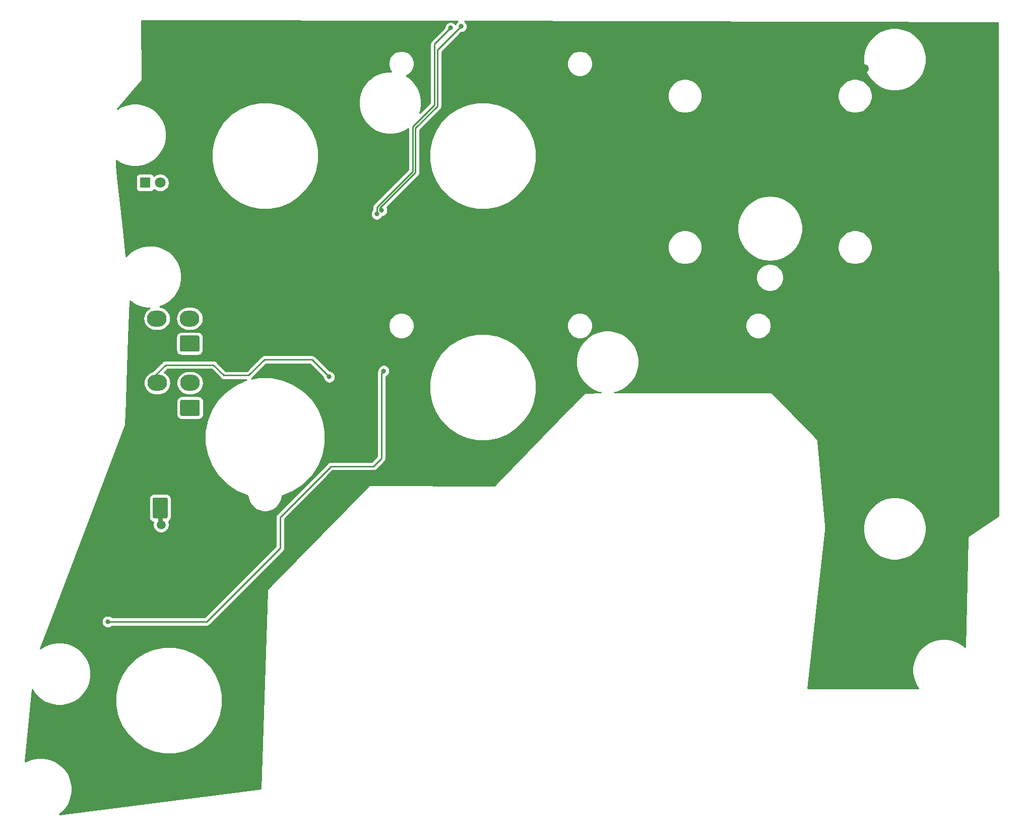
<source format=gbr>
%TF.GenerationSoftware,KiCad,Pcbnew,(5.1.6)-1*%
%TF.CreationDate,2020-12-21T15:19:11+11:00*%
%TF.ProjectId,Select JETT Panel PCB V2,53656c65-6374-4204-9a45-54542050616e,rev?*%
%TF.SameCoordinates,Original*%
%TF.FileFunction,Copper,L2,Bot*%
%TF.FilePolarity,Positive*%
%FSLAX46Y46*%
G04 Gerber Fmt 4.6, Leading zero omitted, Abs format (unit mm)*
G04 Created by KiCad (PCBNEW (5.1.6)-1) date 2020-12-21 15:19:11*
%MOMM*%
%LPD*%
G01*
G04 APERTURE LIST*
%TA.AperFunction,ComponentPad*%
%ADD10O,3.300000X2.700000*%
%TD*%
%TA.AperFunction,ComponentPad*%
%ADD11C,1.800000*%
%TD*%
%TA.AperFunction,ComponentPad*%
%ADD12R,1.800000X1.800000*%
%TD*%
%TA.AperFunction,ViaPad*%
%ADD13C,0.800000*%
%TD*%
%TA.AperFunction,ViaPad*%
%ADD14C,1.500000*%
%TD*%
%TA.AperFunction,Conductor*%
%ADD15C,0.250000*%
%TD*%
%TA.AperFunction,Conductor*%
%ADD16C,0.750000*%
%TD*%
%TA.AperFunction,Conductor*%
%ADD17C,0.254000*%
%TD*%
G04 APERTURE END LIST*
D10*
%TO.P,J2,4*%
%TO.N,/DATAOUT*%
X91000000Y-91600000D03*
%TO.P,J2,3*%
%TO.N,/LEDGND*%
X91000000Y-95800000D03*
%TO.P,J2,2*%
%TO.N,/LED+5V*%
X96500000Y-91600000D03*
%TO.P,J2,1*%
%TA.AperFunction,ComponentPad*%
G36*
G01*
X97899999Y-97150000D02*
X95100001Y-97150000D01*
G75*
G02*
X94850000Y-96899999I0J250001D01*
G01*
X94850000Y-94700001D01*
G75*
G02*
X95100001Y-94450000I250001J0D01*
G01*
X97899999Y-94450000D01*
G75*
G02*
X98150000Y-94700001I0J-250001D01*
G01*
X98150000Y-96899999D01*
G75*
G02*
X97899999Y-97150000I-250001J0D01*
G01*
G37*
%TD.AperFunction*%
%TD*%
%TO.P,J1,4*%
%TO.N,/DATAIN*%
X90950000Y-80800000D03*
%TO.P,J1,3*%
%TO.N,/LEDGND*%
X90950000Y-85000000D03*
%TO.P,J1,2*%
%TO.N,/LED+5V*%
X96450000Y-80800000D03*
%TO.P,J1,1*%
%TA.AperFunction,ComponentPad*%
G36*
G01*
X97849999Y-86350000D02*
X95050001Y-86350000D01*
G75*
G02*
X94800000Y-86099999I0J250001D01*
G01*
X94800000Y-83900001D01*
G75*
G02*
X95050001Y-83650000I250001J0D01*
G01*
X97849999Y-83650000D01*
G75*
G02*
X98100000Y-83900001I0J-250001D01*
G01*
X98100000Y-86099999D01*
G75*
G02*
X97849999Y-86350000I-250001J0D01*
G01*
G37*
%TD.AperFunction*%
%TD*%
D11*
%TO.P,D82,2*%
%TO.N,/LED+5V*%
X91500000Y-58000000D03*
D12*
%TO.P,D82,1*%
%TO.N,Net-(D82-Pad1)*%
X88960000Y-58000000D03*
%TD*%
%TO.P,C1,2*%
%TO.N,/LEDGND*%
%TA.AperFunction,SMDPad,CuDef*%
G36*
G01*
X92500000Y-107850000D02*
X90500000Y-107850000D01*
G75*
G02*
X90250000Y-107600000I0J250000D01*
G01*
X90250000Y-104600000D01*
G75*
G02*
X90500000Y-104350000I250000J0D01*
G01*
X92500000Y-104350000D01*
G75*
G02*
X92750000Y-104600000I0J-250000D01*
G01*
X92750000Y-107600000D01*
G75*
G02*
X92500000Y-107850000I-250000J0D01*
G01*
G37*
%TD.AperFunction*%
%TO.P,C1,1*%
%TO.N,/LED+5V*%
%TA.AperFunction,SMDPad,CuDef*%
G36*
G01*
X92500000Y-114350000D02*
X90500000Y-114350000D01*
G75*
G02*
X90250000Y-114100000I0J250000D01*
G01*
X90250000Y-111100000D01*
G75*
G02*
X90500000Y-110850000I250000J0D01*
G01*
X92500000Y-110850000D01*
G75*
G02*
X92750000Y-111100000I0J-250000D01*
G01*
X92750000Y-114100000D01*
G75*
G02*
X92500000Y-114350000I-250000J0D01*
G01*
G37*
%TD.AperFunction*%
%TD*%
D13*
%TO.N,Net-(D35-Pad2)*%
X82700000Y-131700000D03*
X142050000Y-31750000D03*
X129050000Y-89600000D03*
X128700000Y-62636390D03*
%TO.N,Net-(D50-Pad2)*%
X140300000Y-32000000D03*
X127900000Y-63250000D03*
D14*
%TO.N,/LEDGND*%
X92024700Y-60430900D03*
X228088300Y-93711100D03*
X212194500Y-133210700D03*
X207360700Y-138806800D03*
X192564000Y-91637000D03*
X192239000Y-36640900D03*
X137162900Y-76173700D03*
X120476700Y-76264400D03*
X85162800Y-128227400D03*
X218724900Y-66427000D03*
X208072800Y-125994400D03*
X206342300Y-102691900D03*
X198637800Y-91199800D03*
X172619700Y-36793300D03*
X160530200Y-93699700D03*
X141283500Y-44281800D03*
X140968900Y-36760100D03*
X96925000Y-128286400D03*
X180426600Y-37442300D03*
X89229900Y-134593500D03*
X88927000Y-121596500D03*
X219971700Y-125568500D03*
X227698900Y-112265000D03*
X212044500Y-94399700D03*
X183549300Y-91389700D03*
X208068400Y-85457500D03*
X227923900Y-65477000D03*
X149026900Y-75934500D03*
X137674400Y-59630300D03*
X143824600Y-68623100D03*
X92600000Y-155778500D03*
X104714800Y-159315900D03*
X103638700Y-146549000D03*
X113167000Y-83918900D03*
X100728300Y-60173400D03*
X230400000Y-106100000D03*
X220200000Y-105000000D03*
X221400000Y-96600000D03*
X224900000Y-86000000D03*
X219000000Y-54200000D03*
X211700000Y-54700000D03*
X200100000Y-46900000D03*
X193100000Y-46900000D03*
X209800000Y-38800000D03*
X172400000Y-52100000D03*
X179388000Y-55487500D03*
X155500000Y-36800000D03*
X155500000Y-44500000D03*
X161500000Y-55000000D03*
X154700000Y-66800000D03*
X159400000Y-75700000D03*
X151200000Y-81900000D03*
X150300000Y-104200000D03*
X133800000Y-99000000D03*
X89600000Y-160200000D03*
X83287500Y-150088000D03*
X102700000Y-134700000D03*
X107000000Y-128400000D03*
X102100000Y-121400000D03*
X116800000Y-115600000D03*
X106200000Y-115800000D03*
X98787500Y-105888000D03*
X124800000Y-101600000D03*
X104600000Y-87400000D03*
X115200000Y-90100000D03*
X113200000Y-77800000D03*
X103800000Y-77600000D03*
X104100000Y-70700000D03*
X111700000Y-70300000D03*
X122400000Y-66900000D03*
X125100000Y-55200000D03*
X120400000Y-43300000D03*
X103900000Y-38400000D03*
X121000000Y-38300000D03*
X126500000Y-40100000D03*
X101075000Y-46975000D03*
X95200000Y-40700000D03*
X114300000Y-37100000D03*
X208450000Y-113550000D03*
X222350000Y-111900000D03*
%TO.N,/LED+5V*%
X91654600Y-115431500D03*
D13*
%TO.N,/DATAOUT*%
X119900000Y-90600000D03*
%TD*%
D15*
%TO.N,Net-(D35-Pad2)*%
X128350010Y-62286400D02*
X128700000Y-62636390D01*
X134350010Y-48849990D02*
X134350009Y-56286401D01*
X128700000Y-91173002D02*
X128700000Y-91800000D01*
X138100000Y-35700000D02*
X138050010Y-35749990D01*
X142050000Y-31750000D02*
X138100000Y-35700000D01*
X138050010Y-45149990D02*
X134350010Y-48849990D01*
X134350009Y-56286401D02*
X128350010Y-62286400D01*
X128700000Y-104250000D02*
X128700000Y-91800000D01*
X127350000Y-105600000D02*
X128700000Y-104250000D01*
X120200000Y-105600000D02*
X127350000Y-105600000D01*
X82700000Y-131700000D02*
X99300000Y-131700000D01*
X99300000Y-131700000D02*
X111650000Y-119350000D01*
X111650000Y-119350000D02*
X111650000Y-114150000D01*
X111650000Y-114150000D02*
X120200000Y-105600000D01*
X138050010Y-35749990D02*
X138050010Y-45149990D01*
X128700000Y-91173002D02*
X128700000Y-89950000D01*
X128700000Y-89950000D02*
X129050000Y-89600000D01*
X129050000Y-89600000D02*
X129050000Y-89600000D01*
X128700000Y-62636390D02*
X128700000Y-62636390D01*
%TO.N,Net-(D50-Pad2)*%
X127900000Y-62100000D02*
X133900000Y-56100000D01*
X133900000Y-56100000D02*
X133900000Y-48600000D01*
X133900000Y-48600000D02*
X137600000Y-44900000D01*
X137600000Y-44900000D02*
X137600000Y-34700000D01*
X137600000Y-34700000D02*
X140300000Y-32000000D01*
X140300000Y-32000000D02*
X140300000Y-32000000D01*
X127900000Y-63250000D02*
X127900000Y-62100000D01*
D16*
%TO.N,/LED+5V*%
X91500000Y-112600000D02*
X91500000Y-115276900D01*
X91500000Y-115276900D02*
X91654600Y-115431500D01*
D15*
%TO.N,/DATAOUT*%
X92425010Y-88574990D02*
X90750000Y-90250000D01*
X100424990Y-88574990D02*
X92425010Y-88574990D01*
X106350000Y-90350000D02*
X102200000Y-90350000D01*
X102200000Y-90350000D02*
X100424990Y-88574990D01*
X119900000Y-90600000D02*
X117000000Y-87700000D01*
X117000000Y-87700000D02*
X109000000Y-87700000D01*
X109000000Y-87700000D02*
X106350000Y-90350000D01*
%TD*%
D17*
%TO.N,/LEDGND*%
G36*
X141464793Y-30905861D02*
G01*
X141395326Y-30952277D01*
X141252277Y-31095326D01*
X141139885Y-31263533D01*
X141102836Y-31352978D01*
X141097723Y-31345326D01*
X140954674Y-31202277D01*
X140786467Y-31089885D01*
X140599565Y-31012467D01*
X140401151Y-30973000D01*
X140198849Y-30973000D01*
X140000435Y-31012467D01*
X139813533Y-31089885D01*
X139645326Y-31202277D01*
X139502277Y-31345326D01*
X139389885Y-31513533D01*
X139312467Y-31700435D01*
X139273000Y-31898849D01*
X139273000Y-31963512D01*
X137094375Y-34142137D01*
X137065684Y-34165683D01*
X137042138Y-34194374D01*
X137042137Y-34194375D01*
X136971710Y-34280190D01*
X136901882Y-34410831D01*
X136858882Y-34552583D01*
X136844362Y-34700000D01*
X136848001Y-34736946D01*
X136848000Y-44588511D01*
X135112243Y-46324268D01*
X135198405Y-46116255D01*
X135401197Y-45096750D01*
X135401197Y-44057272D01*
X135198405Y-43037767D01*
X134800614Y-42077414D01*
X134223110Y-41213120D01*
X133488088Y-40478098D01*
X132800651Y-40018767D01*
X133028588Y-39924352D01*
X133384246Y-39686709D01*
X133686709Y-39384246D01*
X133924352Y-39028588D01*
X134088044Y-38633401D01*
X134171493Y-38213873D01*
X134171493Y-37786127D01*
X134088044Y-37366599D01*
X133924352Y-36971412D01*
X133686709Y-36615754D01*
X133384246Y-36313291D01*
X133028588Y-36075648D01*
X132633401Y-35911956D01*
X132213873Y-35828507D01*
X131786127Y-35828507D01*
X131366599Y-35911956D01*
X130971412Y-36075648D01*
X130615754Y-36313291D01*
X130313291Y-36615754D01*
X130075648Y-36971412D01*
X129911956Y-37366599D01*
X129828507Y-37786127D01*
X129828507Y-38213873D01*
X129911956Y-38633401D01*
X130075648Y-39028588D01*
X130257007Y-39300011D01*
X129604458Y-39300011D01*
X128584953Y-39502803D01*
X127624600Y-39900594D01*
X126760306Y-40478098D01*
X126025284Y-41213120D01*
X125447780Y-42077414D01*
X125049989Y-43037767D01*
X124847197Y-44057272D01*
X124847197Y-45096750D01*
X125049989Y-46116255D01*
X125447780Y-47076608D01*
X126025284Y-47940902D01*
X126760306Y-48675924D01*
X127624600Y-49253428D01*
X128584953Y-49651219D01*
X129604458Y-49854011D01*
X130643936Y-49854011D01*
X131663441Y-49651219D01*
X132623794Y-49253428D01*
X133148001Y-48903163D01*
X133148000Y-55788511D01*
X127394375Y-61542137D01*
X127365684Y-61565683D01*
X127342138Y-61594374D01*
X127342137Y-61594375D01*
X127271710Y-61680190D01*
X127201882Y-61810831D01*
X127158882Y-61952583D01*
X127144362Y-62100000D01*
X127148001Y-62136945D01*
X127148001Y-62549602D01*
X127102277Y-62595326D01*
X126989885Y-62763533D01*
X126912467Y-62950435D01*
X126873000Y-63148849D01*
X126873000Y-63351151D01*
X126912467Y-63549565D01*
X126989885Y-63736467D01*
X127102277Y-63904674D01*
X127245326Y-64047723D01*
X127413533Y-64160115D01*
X127600435Y-64237533D01*
X127798849Y-64277000D01*
X128001151Y-64277000D01*
X128199565Y-64237533D01*
X128386467Y-64160115D01*
X128554674Y-64047723D01*
X128697723Y-63904674D01*
X128810115Y-63736467D01*
X128843908Y-63654885D01*
X128999565Y-63623923D01*
X129186467Y-63546505D01*
X129354674Y-63434113D01*
X129497723Y-63291064D01*
X129610115Y-63122857D01*
X129687533Y-62935955D01*
X129727000Y-62737541D01*
X129727000Y-62535239D01*
X129687533Y-62336825D01*
X129610115Y-62149923D01*
X129586026Y-62113872D01*
X134855640Y-56844259D01*
X134884325Y-56820718D01*
X134907866Y-56792033D01*
X134907872Y-56792027D01*
X134978299Y-56706211D01*
X135048127Y-56575571D01*
X135091127Y-56433819D01*
X135105647Y-56286401D01*
X135102008Y-56249456D01*
X135102009Y-52582861D01*
X136704694Y-52582861D01*
X136704694Y-54351175D01*
X137049675Y-56085512D01*
X137726380Y-57719222D01*
X138708803Y-59189522D01*
X139959190Y-60439909D01*
X141429490Y-61422332D01*
X143063200Y-62099037D01*
X144797537Y-62444018D01*
X146565851Y-62444018D01*
X148300188Y-62099037D01*
X149933898Y-61422332D01*
X151404198Y-60439909D01*
X152654585Y-59189522D01*
X153637008Y-57719222D01*
X154313713Y-56085512D01*
X154658694Y-54351175D01*
X154658694Y-52582861D01*
X154313713Y-50848524D01*
X153637008Y-49214814D01*
X152654585Y-47744514D01*
X151404198Y-46494127D01*
X149933898Y-45511704D01*
X148300188Y-44834999D01*
X146565851Y-44490018D01*
X144797537Y-44490018D01*
X143063200Y-44834999D01*
X141429490Y-45511704D01*
X139959190Y-46494127D01*
X138708803Y-47744514D01*
X137726380Y-49214814D01*
X137049675Y-50848524D01*
X136704694Y-52582861D01*
X135102009Y-52582861D01*
X135102010Y-49161478D01*
X138555636Y-45707853D01*
X138584327Y-45684307D01*
X138619770Y-45641119D01*
X138678300Y-45569801D01*
X138748127Y-45439161D01*
X138748128Y-45439160D01*
X138791129Y-45297408D01*
X138802010Y-45186928D01*
X138802010Y-45186926D01*
X138805648Y-45149991D01*
X138802010Y-45113055D01*
X138802010Y-43149785D01*
X176768513Y-43149785D01*
X176768513Y-43718215D01*
X176879408Y-44275724D01*
X177096937Y-44800886D01*
X177412740Y-45273518D01*
X177814682Y-45675460D01*
X178287314Y-45991263D01*
X178812476Y-46208792D01*
X179369985Y-46319687D01*
X179938415Y-46319687D01*
X180495924Y-46208792D01*
X181021086Y-45991263D01*
X181493718Y-45675460D01*
X181895660Y-45273518D01*
X182211463Y-44800886D01*
X182428992Y-44275724D01*
X182539887Y-43718215D01*
X182539887Y-43149785D01*
X205343513Y-43149785D01*
X205343513Y-43718215D01*
X205454408Y-44275724D01*
X205671937Y-44800886D01*
X205987740Y-45273518D01*
X206389682Y-45675460D01*
X206862314Y-45991263D01*
X207387476Y-46208792D01*
X207944985Y-46319687D01*
X208513415Y-46319687D01*
X209070924Y-46208792D01*
X209596086Y-45991263D01*
X210068718Y-45675460D01*
X210470660Y-45273518D01*
X210786463Y-44800886D01*
X211003992Y-44275724D01*
X211114887Y-43718215D01*
X211114887Y-43149785D01*
X211003992Y-42592276D01*
X210786463Y-42067114D01*
X210470660Y-41594482D01*
X210068718Y-41192540D01*
X209596086Y-40876737D01*
X209070924Y-40659208D01*
X208513415Y-40548313D01*
X207944985Y-40548313D01*
X207387476Y-40659208D01*
X206862314Y-40876737D01*
X206389682Y-41192540D01*
X205987740Y-41594482D01*
X205671937Y-42067114D01*
X205454408Y-42592276D01*
X205343513Y-43149785D01*
X182539887Y-43149785D01*
X182428992Y-42592276D01*
X182211463Y-42067114D01*
X181895660Y-41594482D01*
X181493718Y-41192540D01*
X181021086Y-40876737D01*
X180495924Y-40659208D01*
X179938415Y-40548313D01*
X179369985Y-40548313D01*
X178812476Y-40659208D01*
X178287314Y-40876737D01*
X177814682Y-41192540D01*
X177412740Y-41594482D01*
X177096937Y-42067114D01*
X176879408Y-42592276D01*
X176768513Y-43149785D01*
X138802010Y-43149785D01*
X138802010Y-37786127D01*
X159828507Y-37786127D01*
X159828507Y-38213873D01*
X159911956Y-38633401D01*
X160075648Y-39028588D01*
X160313291Y-39384246D01*
X160615754Y-39686709D01*
X160971412Y-39924352D01*
X161366599Y-40088044D01*
X161786127Y-40171493D01*
X162213873Y-40171493D01*
X162633401Y-40088044D01*
X163028588Y-39924352D01*
X163384246Y-39686709D01*
X163686709Y-39384246D01*
X163924352Y-39028588D01*
X164088044Y-38633401D01*
X164171493Y-38213873D01*
X164171493Y-37786127D01*
X164088044Y-37366599D01*
X163924352Y-36971412D01*
X163779591Y-36754761D01*
X209619696Y-36754761D01*
X209619696Y-37794239D01*
X209822488Y-38813744D01*
X210220279Y-39774097D01*
X210797783Y-40638391D01*
X211532805Y-41373413D01*
X212397099Y-41950917D01*
X213357452Y-42348708D01*
X214376957Y-42551500D01*
X215416435Y-42551500D01*
X216435940Y-42348708D01*
X217396293Y-41950917D01*
X218260587Y-41373413D01*
X218995609Y-40638391D01*
X219573113Y-39774097D01*
X219970904Y-38813744D01*
X220173696Y-37794239D01*
X220173696Y-36754761D01*
X219970904Y-35735256D01*
X219573113Y-34774903D01*
X218995609Y-33910609D01*
X218260587Y-33175587D01*
X217396293Y-32598083D01*
X216435940Y-32200292D01*
X215416435Y-31997500D01*
X214376957Y-31997500D01*
X213357452Y-32200292D01*
X212397099Y-32598083D01*
X211532805Y-33175587D01*
X210797783Y-33910609D01*
X210220279Y-34774903D01*
X209822488Y-35735256D01*
X209619696Y-36754761D01*
X163779591Y-36754761D01*
X163686709Y-36615754D01*
X163384246Y-36313291D01*
X163028588Y-36075648D01*
X162633401Y-35911956D01*
X162213873Y-35828507D01*
X161786127Y-35828507D01*
X161366599Y-35911956D01*
X160971412Y-36075648D01*
X160615754Y-36313291D01*
X160313291Y-36615754D01*
X160075648Y-36971412D01*
X159911956Y-37366599D01*
X159828507Y-37786127D01*
X138802010Y-37786127D01*
X138802010Y-36061478D01*
X142086488Y-32777000D01*
X142151151Y-32777000D01*
X142349565Y-32737533D01*
X142536467Y-32660115D01*
X142704674Y-32547723D01*
X142847723Y-32404674D01*
X142960115Y-32236467D01*
X143037533Y-32049565D01*
X143077000Y-31851151D01*
X143077000Y-31648849D01*
X143037533Y-31450435D01*
X142960115Y-31263533D01*
X142847723Y-31095326D01*
X142704674Y-30952277D01*
X142639558Y-30908768D01*
X232190608Y-31130390D01*
X232293511Y-113904062D01*
X227473197Y-117176351D01*
X227453020Y-117186574D01*
X227420176Y-117212345D01*
X227412283Y-117217703D01*
X227395027Y-117232078D01*
X227351978Y-117265856D01*
X227345711Y-117273160D01*
X227338327Y-117279311D01*
X227303974Y-117321803D01*
X227268345Y-117363327D01*
X227263624Y-117371712D01*
X227257581Y-117379187D01*
X227232162Y-117427595D01*
X227205337Y-117475240D01*
X227202346Y-117484375D01*
X227197872Y-117492895D01*
X227182379Y-117545355D01*
X227165371Y-117597296D01*
X227164219Y-117606842D01*
X227161494Y-117616069D01*
X227156533Y-117670535D01*
X227153839Y-117692859D01*
X227153630Y-117702409D01*
X227149844Y-117743971D01*
X227152226Y-117766459D01*
X226753046Y-135978367D01*
X226515585Y-135740906D01*
X225651291Y-135163402D01*
X224690938Y-134765611D01*
X223671433Y-134562819D01*
X222631955Y-134562819D01*
X221612450Y-134765611D01*
X220652097Y-135163402D01*
X219787803Y-135740906D01*
X219052781Y-136475928D01*
X218475277Y-137340222D01*
X218077486Y-138300575D01*
X217874694Y-139320080D01*
X217874694Y-140359558D01*
X218077486Y-141379063D01*
X218475277Y-142339416D01*
X218863644Y-142920647D01*
X200349097Y-142901916D01*
X203285707Y-116334111D01*
X203292330Y-116302893D01*
X203292742Y-116270465D01*
X203292771Y-116270203D01*
X203293152Y-116238194D01*
X203293553Y-116206646D01*
X203293531Y-116206387D01*
X203293917Y-116173955D01*
X203288064Y-116142581D01*
X203238000Y-115558261D01*
X209619707Y-115558261D01*
X209619707Y-116597739D01*
X209822499Y-117617244D01*
X210220290Y-118577597D01*
X210797794Y-119441891D01*
X211532816Y-120176913D01*
X212397110Y-120754417D01*
X213357463Y-121152208D01*
X214376968Y-121355000D01*
X215416446Y-121355000D01*
X216435951Y-121152208D01*
X217396304Y-120754417D01*
X218260598Y-120176913D01*
X218995620Y-119441891D01*
X219573124Y-118577597D01*
X219970915Y-117617244D01*
X220173707Y-116597739D01*
X220173707Y-115558261D01*
X219970915Y-114538756D01*
X219573124Y-113578403D01*
X218995620Y-112714109D01*
X218260598Y-111979087D01*
X217396304Y-111401583D01*
X216435951Y-111003792D01*
X215416446Y-110801000D01*
X214376968Y-110801000D01*
X213357463Y-111003792D01*
X212397110Y-111401583D01*
X211532816Y-111979087D01*
X210797794Y-112714109D01*
X210220290Y-113578403D01*
X209822499Y-114538756D01*
X209619707Y-115558261D01*
X203238000Y-115558261D01*
X202028745Y-101444633D01*
X202028866Y-101443509D01*
X202023270Y-101380736D01*
X202020626Y-101349876D01*
X202020420Y-101348769D01*
X202017462Y-101315583D01*
X202008719Y-101285769D01*
X202003048Y-101255239D01*
X201990696Y-101224313D01*
X201981320Y-101192342D01*
X201966931Y-101164811D01*
X201955410Y-101135967D01*
X201937255Y-101108035D01*
X201921828Y-101078518D01*
X201902349Y-101054329D01*
X201885420Y-101028282D01*
X201862171Y-101004435D01*
X201861457Y-101003548D01*
X201839500Y-100981180D01*
X201795765Y-100936320D01*
X201794839Y-100935684D01*
X194388786Y-93391132D01*
X194366022Y-93363496D01*
X194319069Y-93325106D01*
X194272614Y-93286255D01*
X194269416Y-93284507D01*
X194266594Y-93282200D01*
X194213069Y-93253715D01*
X194159912Y-93224666D01*
X194156437Y-93223577D01*
X194153217Y-93221863D01*
X194095238Y-93204391D01*
X194037361Y-93186246D01*
X194033729Y-93185854D01*
X194030247Y-93184805D01*
X193969994Y-93178980D01*
X193909669Y-93172474D01*
X193874012Y-93175653D01*
X167802513Y-93222986D01*
X168175947Y-93148705D01*
X169136300Y-92750914D01*
X170000594Y-92173410D01*
X170735616Y-91438388D01*
X171313120Y-90574094D01*
X171710911Y-89613741D01*
X171913703Y-88594236D01*
X171913703Y-87554758D01*
X171710911Y-86535253D01*
X171313120Y-85574900D01*
X170735616Y-84710606D01*
X170000594Y-83975584D01*
X169136300Y-83398080D01*
X168175947Y-83000289D01*
X167156442Y-82797497D01*
X166116964Y-82797497D01*
X165097459Y-83000289D01*
X164137106Y-83398080D01*
X163272812Y-83975584D01*
X162537790Y-84710606D01*
X161960286Y-85574900D01*
X161562495Y-86535253D01*
X161359703Y-87554758D01*
X161359703Y-88594236D01*
X161562495Y-89613741D01*
X161960286Y-90574094D01*
X162537790Y-91438388D01*
X163272812Y-92173410D01*
X164137106Y-92750914D01*
X165097459Y-93148705D01*
X165491982Y-93227180D01*
X163152173Y-93231428D01*
X163117565Y-93228356D01*
X163056061Y-93235013D01*
X162994900Y-93241149D01*
X162992447Y-93241898D01*
X162989878Y-93242176D01*
X162930858Y-93260703D01*
X162872065Y-93278654D01*
X162869802Y-93279869D01*
X162867342Y-93280641D01*
X162813205Y-93310252D01*
X162758908Y-93339401D01*
X162756920Y-93341038D01*
X162754663Y-93342273D01*
X162707375Y-93381850D01*
X162659776Y-93421058D01*
X162637793Y-93447944D01*
X160591740Y-95533824D01*
X160590395Y-95534962D01*
X160569263Y-95556738D01*
X160548121Y-95578292D01*
X160547022Y-95579658D01*
X147685521Y-108833400D01*
X126966404Y-108735774D01*
X126929167Y-108732527D01*
X126870459Y-108738974D01*
X126811716Y-108744480D01*
X126806703Y-108745975D01*
X126801502Y-108746546D01*
X126745189Y-108764319D01*
X126688638Y-108781183D01*
X126684015Y-108783626D01*
X126679025Y-108785201D01*
X126627271Y-108813614D01*
X126575087Y-108841191D01*
X126571028Y-108844491D01*
X126566442Y-108847008D01*
X126521233Y-108884964D01*
X126475424Y-108922199D01*
X126451582Y-108950974D01*
X109672980Y-126109411D01*
X109659117Y-126120025D01*
X109628175Y-126155230D01*
X109617908Y-126165730D01*
X109607053Y-126179263D01*
X109574331Y-126216494D01*
X109566922Y-126229295D01*
X109557681Y-126240816D01*
X109534825Y-126284752D01*
X109509996Y-126327651D01*
X109505229Y-126341643D01*
X109498409Y-126354754D01*
X109484561Y-126402314D01*
X109468581Y-126449223D01*
X109466635Y-126463880D01*
X109462505Y-126478065D01*
X109458202Y-126527407D01*
X109455914Y-126544642D01*
X109455417Y-126559344D01*
X109451347Y-126606012D01*
X109453252Y-126623361D01*
X108333124Y-159748259D01*
X74540015Y-164059653D01*
X74750598Y-163918945D01*
X75485620Y-163183923D01*
X76063124Y-162319629D01*
X76460915Y-161359276D01*
X76663707Y-160339771D01*
X76663707Y-159300293D01*
X76460915Y-158280788D01*
X76063124Y-157320435D01*
X75485620Y-156456141D01*
X74750598Y-155721119D01*
X73886304Y-155143615D01*
X72925951Y-154745824D01*
X71906446Y-154543032D01*
X70866968Y-154543032D01*
X69847463Y-154745824D01*
X68887110Y-155143615D01*
X68811557Y-155194098D01*
X69967553Y-143084752D01*
X70462780Y-143825909D01*
X71197802Y-144560931D01*
X72062096Y-145138435D01*
X73022449Y-145536226D01*
X74041954Y-145739018D01*
X75081432Y-145739018D01*
X76100937Y-145536226D01*
X77061290Y-145138435D01*
X77925584Y-144560931D01*
X78463675Y-144022840D01*
X83999707Y-144022840D01*
X83999707Y-145791154D01*
X84344688Y-147525491D01*
X85021393Y-149159201D01*
X86003816Y-150629501D01*
X87254203Y-151879888D01*
X88724503Y-152862311D01*
X90358213Y-153539016D01*
X92092550Y-153883997D01*
X93860864Y-153883997D01*
X95595201Y-153539016D01*
X97228911Y-152862311D01*
X98699211Y-151879888D01*
X99949598Y-150629501D01*
X100932021Y-149159201D01*
X101608726Y-147525491D01*
X101953707Y-145791154D01*
X101953707Y-144022840D01*
X101608726Y-142288503D01*
X100932021Y-140654793D01*
X99949598Y-139184493D01*
X98699211Y-137934106D01*
X97228911Y-136951683D01*
X95595201Y-136274978D01*
X93860864Y-135929997D01*
X92092550Y-135929997D01*
X90358213Y-136274978D01*
X88724503Y-136951683D01*
X87254203Y-137934106D01*
X86003816Y-139184493D01*
X85021393Y-140654793D01*
X84344688Y-142288503D01*
X83999707Y-144022840D01*
X78463675Y-144022840D01*
X78660606Y-143825909D01*
X79238110Y-142961615D01*
X79635901Y-142001262D01*
X79838693Y-140981757D01*
X79838693Y-139942279D01*
X79635901Y-138922774D01*
X79238110Y-137962421D01*
X78660606Y-137098127D01*
X77925584Y-136363105D01*
X77061290Y-135785601D01*
X76100937Y-135387810D01*
X75081432Y-135185018D01*
X74041954Y-135185018D01*
X73022449Y-135387810D01*
X72062096Y-135785601D01*
X71389968Y-136234703D01*
X73151826Y-131598849D01*
X81673000Y-131598849D01*
X81673000Y-131801151D01*
X81712467Y-131999565D01*
X81789885Y-132186467D01*
X81902277Y-132354674D01*
X82045326Y-132497723D01*
X82213533Y-132610115D01*
X82400435Y-132687533D01*
X82598849Y-132727000D01*
X82801151Y-132727000D01*
X82999565Y-132687533D01*
X83186467Y-132610115D01*
X83354674Y-132497723D01*
X83400397Y-132452000D01*
X99263065Y-132452000D01*
X99300000Y-132455638D01*
X99336935Y-132452000D01*
X99336938Y-132452000D01*
X99447418Y-132441119D01*
X99589170Y-132398118D01*
X99719810Y-132328290D01*
X99834317Y-132234317D01*
X99857867Y-132205621D01*
X112155627Y-119907862D01*
X112184317Y-119884317D01*
X112207863Y-119855626D01*
X112278290Y-119769811D01*
X112348117Y-119639171D01*
X112348118Y-119639170D01*
X112391119Y-119497418D01*
X112402000Y-119386938D01*
X112402000Y-119386929D01*
X112405637Y-119350001D01*
X112402000Y-119313073D01*
X112402000Y-114461488D01*
X120511489Y-106352000D01*
X127313065Y-106352000D01*
X127350000Y-106355638D01*
X127386935Y-106352000D01*
X127386938Y-106352000D01*
X127497418Y-106341119D01*
X127639170Y-106298118D01*
X127769810Y-106228290D01*
X127884317Y-106134317D01*
X127907867Y-106105621D01*
X129205627Y-104807862D01*
X129234317Y-104784317D01*
X129257863Y-104755626D01*
X129328290Y-104669811D01*
X129398117Y-104539171D01*
X129398118Y-104539170D01*
X129441119Y-104397418D01*
X129452000Y-104286938D01*
X129452000Y-104286936D01*
X129455638Y-104250001D01*
X129452000Y-104213065D01*
X129452000Y-91444861D01*
X136704694Y-91444861D01*
X136704694Y-93213175D01*
X137049675Y-94947512D01*
X137726380Y-96581222D01*
X138708803Y-98051522D01*
X139959190Y-99301909D01*
X141429490Y-100284332D01*
X143063200Y-100961037D01*
X144797537Y-101306018D01*
X146565851Y-101306018D01*
X148300188Y-100961037D01*
X149933898Y-100284332D01*
X151404198Y-99301909D01*
X152654585Y-98051522D01*
X153637008Y-96581222D01*
X154313713Y-94947512D01*
X154658694Y-93213175D01*
X154658694Y-91444861D01*
X154313713Y-89710524D01*
X153637008Y-88076814D01*
X152654585Y-86606514D01*
X151404198Y-85356127D01*
X149933898Y-84373704D01*
X148300188Y-83696999D01*
X146565851Y-83352018D01*
X144797537Y-83352018D01*
X143063200Y-83696999D01*
X141429490Y-84373704D01*
X139959190Y-85356127D01*
X138708803Y-86606514D01*
X137726380Y-88076814D01*
X137049675Y-89710524D01*
X136704694Y-91444861D01*
X129452000Y-91444861D01*
X129452000Y-90545103D01*
X129536467Y-90510115D01*
X129704674Y-90397723D01*
X129847723Y-90254674D01*
X129960115Y-90086467D01*
X130037533Y-89899565D01*
X130077000Y-89701151D01*
X130077000Y-89498849D01*
X130037533Y-89300435D01*
X129960115Y-89113533D01*
X129847723Y-88945326D01*
X129704674Y-88802277D01*
X129536467Y-88689885D01*
X129349565Y-88612467D01*
X129151151Y-88573000D01*
X128948849Y-88573000D01*
X128750435Y-88612467D01*
X128563533Y-88689885D01*
X128395326Y-88802277D01*
X128252277Y-88945326D01*
X128139885Y-89113533D01*
X128062467Y-89300435D01*
X128023000Y-89498849D01*
X128023000Y-89621321D01*
X128001882Y-89660831D01*
X127958882Y-89802583D01*
X127944362Y-89950000D01*
X127948001Y-89986945D01*
X127948000Y-91136064D01*
X127948000Y-91836938D01*
X127948001Y-91836948D01*
X127948000Y-103938511D01*
X127038512Y-104848000D01*
X120236935Y-104848000D01*
X120200000Y-104844362D01*
X120163064Y-104848000D01*
X120163062Y-104848000D01*
X120052582Y-104858881D01*
X119910830Y-104901882D01*
X119780190Y-104971710D01*
X119665683Y-105065683D01*
X119642137Y-105094374D01*
X111144375Y-113592137D01*
X111115684Y-113615683D01*
X111092138Y-113644374D01*
X111092137Y-113644375D01*
X111021710Y-113730190D01*
X110951882Y-113860831D01*
X110921926Y-113959582D01*
X110911472Y-113994046D01*
X110908882Y-114002583D01*
X110894362Y-114150000D01*
X110898001Y-114186945D01*
X110898000Y-119038511D01*
X98988512Y-130948000D01*
X83400397Y-130948000D01*
X83354674Y-130902277D01*
X83186467Y-130789885D01*
X82999565Y-130712467D01*
X82801151Y-130673000D01*
X82598849Y-130673000D01*
X82400435Y-130712467D01*
X82213533Y-130789885D01*
X82045326Y-130902277D01*
X81902277Y-131045326D01*
X81789885Y-131213533D01*
X81712467Y-131400435D01*
X81673000Y-131598849D01*
X73151826Y-131598849D01*
X80942424Y-111100000D01*
X89619967Y-111100000D01*
X89619967Y-114100000D01*
X89636877Y-114271686D01*
X89686956Y-114436774D01*
X89768279Y-114588920D01*
X89877723Y-114722277D01*
X90011080Y-114831721D01*
X90163226Y-114913044D01*
X90328314Y-114963123D01*
X90356984Y-114965947D01*
X90330517Y-115029844D01*
X90277600Y-115295877D01*
X90277600Y-115567123D01*
X90330517Y-115833156D01*
X90434318Y-116083754D01*
X90585014Y-116309287D01*
X90776813Y-116501086D01*
X91002346Y-116651782D01*
X91252944Y-116755583D01*
X91518977Y-116808500D01*
X91790223Y-116808500D01*
X92056256Y-116755583D01*
X92306854Y-116651782D01*
X92532387Y-116501086D01*
X92724186Y-116309287D01*
X92874882Y-116083754D01*
X92978683Y-115833156D01*
X93031600Y-115567123D01*
X93031600Y-115295877D01*
X92978683Y-115029844D01*
X92913349Y-114872114D01*
X92988920Y-114831721D01*
X93122277Y-114722277D01*
X93231721Y-114588920D01*
X93313044Y-114436774D01*
X93363123Y-114271686D01*
X93380033Y-114100000D01*
X93380033Y-111100000D01*
X93363123Y-110928314D01*
X93313044Y-110763226D01*
X93231721Y-110611080D01*
X93122277Y-110477723D01*
X92988920Y-110368279D01*
X92836774Y-110286956D01*
X92671686Y-110236877D01*
X92500000Y-110219967D01*
X90500000Y-110219967D01*
X90328314Y-110236877D01*
X90163226Y-110286956D01*
X90011080Y-110368279D01*
X89877723Y-110477723D01*
X89768279Y-110611080D01*
X89686956Y-110763226D01*
X89636877Y-110928314D01*
X89619967Y-111100000D01*
X80942424Y-111100000D01*
X85604147Y-98833941D01*
X85609377Y-98824973D01*
X85626916Y-98774032D01*
X85634644Y-98753697D01*
X85637351Y-98743722D01*
X85651187Y-98703536D01*
X85654132Y-98681890D01*
X85659856Y-98660801D01*
X85662773Y-98618391D01*
X85664165Y-98608159D01*
X85664971Y-98586432D01*
X85668668Y-98532671D01*
X85667346Y-98522373D01*
X85809079Y-94700001D01*
X94219967Y-94700001D01*
X94219967Y-96899999D01*
X94236877Y-97071685D01*
X94286956Y-97236773D01*
X94368279Y-97388920D01*
X94477723Y-97522277D01*
X94611080Y-97631721D01*
X94763227Y-97713044D01*
X94928315Y-97763123D01*
X95100001Y-97780033D01*
X97899999Y-97780033D01*
X98071685Y-97763123D01*
X98236773Y-97713044D01*
X98388920Y-97631721D01*
X98522277Y-97522277D01*
X98631721Y-97388920D01*
X98713044Y-97236773D01*
X98763123Y-97071685D01*
X98780033Y-96899999D01*
X98780033Y-94700001D01*
X98763123Y-94528315D01*
X98713044Y-94363227D01*
X98631721Y-94211080D01*
X98522277Y-94077723D01*
X98388920Y-93968279D01*
X98236773Y-93886956D01*
X98071685Y-93836877D01*
X97899999Y-93819967D01*
X95100001Y-93819967D01*
X94928315Y-93836877D01*
X94763227Y-93886956D01*
X94611080Y-93968279D01*
X94477723Y-94077723D01*
X94368279Y-94211080D01*
X94286956Y-94363227D01*
X94236877Y-94528315D01*
X94219967Y-94700001D01*
X85809079Y-94700001D01*
X85924027Y-91600000D01*
X88713435Y-91600000D01*
X88751606Y-91987560D01*
X88864653Y-92360226D01*
X89048232Y-92703676D01*
X89295286Y-93004714D01*
X89596324Y-93251768D01*
X89939774Y-93435347D01*
X90312440Y-93548394D01*
X90602884Y-93577000D01*
X91397116Y-93577000D01*
X91687560Y-93548394D01*
X92060226Y-93435347D01*
X92403676Y-93251768D01*
X92704714Y-93004714D01*
X92951768Y-92703676D01*
X93135347Y-92360226D01*
X93248394Y-91987560D01*
X93286565Y-91600000D01*
X94213435Y-91600000D01*
X94251606Y-91987560D01*
X94364653Y-92360226D01*
X94548232Y-92703676D01*
X94795286Y-93004714D01*
X95096324Y-93251768D01*
X95439774Y-93435347D01*
X95812440Y-93548394D01*
X96102884Y-93577000D01*
X96897116Y-93577000D01*
X97187560Y-93548394D01*
X97560226Y-93435347D01*
X97903676Y-93251768D01*
X98204714Y-93004714D01*
X98451768Y-92703676D01*
X98635347Y-92360226D01*
X98748394Y-91987560D01*
X98786565Y-91600000D01*
X98748394Y-91212440D01*
X98635347Y-90839774D01*
X98451768Y-90496324D01*
X98204714Y-90195286D01*
X97903676Y-89948232D01*
X97560226Y-89764653D01*
X97187560Y-89651606D01*
X96897116Y-89623000D01*
X96102884Y-89623000D01*
X95812440Y-89651606D01*
X95439774Y-89764653D01*
X95096324Y-89948232D01*
X94795286Y-90195286D01*
X94548232Y-90496324D01*
X94364653Y-90839774D01*
X94251606Y-91212440D01*
X94213435Y-91600000D01*
X93286565Y-91600000D01*
X93248394Y-91212440D01*
X93135347Y-90839774D01*
X92951768Y-90496324D01*
X92704714Y-90195286D01*
X92403676Y-89948232D01*
X92215721Y-89847767D01*
X92736499Y-89326990D01*
X100113502Y-89326990D01*
X101642137Y-90855626D01*
X101665683Y-90884317D01*
X101694374Y-90907863D01*
X101780189Y-90978290D01*
X101831355Y-91005638D01*
X101910830Y-91048118D01*
X102052582Y-91091119D01*
X102163062Y-91102000D01*
X102163064Y-91102000D01*
X102199999Y-91105638D01*
X102236935Y-91102000D01*
X105994096Y-91102000D01*
X104308765Y-91800087D01*
X102650112Y-92908364D01*
X101239544Y-94318932D01*
X100131267Y-95977585D01*
X99367873Y-97820581D01*
X98978698Y-99777096D01*
X98978698Y-101771940D01*
X99367873Y-103728455D01*
X100131267Y-105571451D01*
X101239544Y-107230104D01*
X102650112Y-108640672D01*
X104308765Y-109748949D01*
X106151761Y-110512343D01*
X106192698Y-110520486D01*
X106192698Y-110586423D01*
X106304643Y-111149209D01*
X106524231Y-111679341D01*
X106843023Y-112156447D01*
X107248769Y-112562193D01*
X107725875Y-112880985D01*
X108256007Y-113100573D01*
X108818793Y-113212518D01*
X109392603Y-113212518D01*
X109955389Y-113100573D01*
X110485521Y-112880985D01*
X110962627Y-112562193D01*
X111368373Y-112156447D01*
X111687165Y-111679341D01*
X111906753Y-111149209D01*
X112018698Y-110586423D01*
X112018698Y-110520486D01*
X112059635Y-110512343D01*
X113902631Y-109748949D01*
X115561284Y-108640672D01*
X116971852Y-107230104D01*
X118080129Y-105571451D01*
X118843523Y-103728455D01*
X119232698Y-101771940D01*
X119232698Y-99777096D01*
X118843523Y-97820581D01*
X118080129Y-95977585D01*
X116971852Y-94318932D01*
X115561284Y-92908364D01*
X113902631Y-91800087D01*
X112059635Y-91036693D01*
X110103120Y-90647518D01*
X108108276Y-90647518D01*
X106873603Y-90893110D01*
X106884317Y-90884317D01*
X106907867Y-90855621D01*
X109311489Y-88452000D01*
X116688512Y-88452000D01*
X118873000Y-90636489D01*
X118873000Y-90701151D01*
X118912467Y-90899565D01*
X118989885Y-91086467D01*
X119102277Y-91254674D01*
X119245326Y-91397723D01*
X119413533Y-91510115D01*
X119600435Y-91587533D01*
X119798849Y-91627000D01*
X120001151Y-91627000D01*
X120199565Y-91587533D01*
X120386467Y-91510115D01*
X120554674Y-91397723D01*
X120697723Y-91254674D01*
X120810115Y-91086467D01*
X120887533Y-90899565D01*
X120927000Y-90701151D01*
X120927000Y-90498849D01*
X120887533Y-90300435D01*
X120810115Y-90113533D01*
X120697723Y-89945326D01*
X120554674Y-89802277D01*
X120386467Y-89689885D01*
X120199565Y-89612467D01*
X120001151Y-89573000D01*
X119936489Y-89573000D01*
X117557867Y-87194379D01*
X117534317Y-87165683D01*
X117419810Y-87071710D01*
X117289170Y-87001882D01*
X117147418Y-86958881D01*
X117036938Y-86948000D01*
X117036935Y-86948000D01*
X117000000Y-86944362D01*
X116963065Y-86948000D01*
X109036935Y-86948000D01*
X109000000Y-86944362D01*
X108963064Y-86948000D01*
X108963062Y-86948000D01*
X108852582Y-86958881D01*
X108710830Y-87001882D01*
X108580190Y-87071710D01*
X108465683Y-87165683D01*
X108442137Y-87194374D01*
X106038512Y-89598000D01*
X102511489Y-89598000D01*
X100982857Y-88069369D01*
X100959307Y-88040673D01*
X100844800Y-87946700D01*
X100714160Y-87876872D01*
X100572408Y-87833871D01*
X100461928Y-87822990D01*
X100461925Y-87822990D01*
X100424990Y-87819352D01*
X100388055Y-87822990D01*
X92461945Y-87822990D01*
X92425010Y-87819352D01*
X92388074Y-87822990D01*
X92388072Y-87822990D01*
X92277592Y-87833871D01*
X92135840Y-87876872D01*
X92005200Y-87946700D01*
X91890693Y-88040673D01*
X91867147Y-88069364D01*
X90272917Y-89663595D01*
X89939774Y-89764653D01*
X89596324Y-89948232D01*
X89295286Y-90195286D01*
X89048232Y-90496324D01*
X88864653Y-90839774D01*
X88751606Y-91212440D01*
X88713435Y-91600000D01*
X85924027Y-91600000D01*
X86209542Y-83900001D01*
X94169967Y-83900001D01*
X94169967Y-86099999D01*
X94186877Y-86271685D01*
X94236956Y-86436773D01*
X94318279Y-86588920D01*
X94427723Y-86722277D01*
X94561080Y-86831721D01*
X94713227Y-86913044D01*
X94878315Y-86963123D01*
X95050001Y-86980033D01*
X97849999Y-86980033D01*
X98021685Y-86963123D01*
X98186773Y-86913044D01*
X98338920Y-86831721D01*
X98472277Y-86722277D01*
X98581721Y-86588920D01*
X98663044Y-86436773D01*
X98713123Y-86271685D01*
X98730033Y-86099999D01*
X98730033Y-83900001D01*
X98713123Y-83728315D01*
X98663044Y-83563227D01*
X98581721Y-83411080D01*
X98472277Y-83277723D01*
X98338920Y-83168279D01*
X98186773Y-83086956D01*
X98021685Y-83036877D01*
X97849999Y-83019967D01*
X95050001Y-83019967D01*
X94878315Y-83036877D01*
X94713227Y-83086956D01*
X94561080Y-83168279D01*
X94427723Y-83277723D01*
X94318279Y-83411080D01*
X94236956Y-83563227D01*
X94186877Y-83728315D01*
X94169967Y-83900001D01*
X86209542Y-83900001D01*
X86432732Y-77880860D01*
X86437802Y-77885930D01*
X87302096Y-78463434D01*
X88262449Y-78861225D01*
X89281954Y-79064017D01*
X89703878Y-79064017D01*
X89546324Y-79148232D01*
X89245286Y-79395286D01*
X88998232Y-79696324D01*
X88814653Y-80039774D01*
X88701606Y-80412440D01*
X88663435Y-80800000D01*
X88701606Y-81187560D01*
X88814653Y-81560226D01*
X88998232Y-81903676D01*
X89245286Y-82204714D01*
X89546324Y-82451768D01*
X89889774Y-82635347D01*
X90262440Y-82748394D01*
X90552884Y-82777000D01*
X91347116Y-82777000D01*
X91637560Y-82748394D01*
X92010226Y-82635347D01*
X92353676Y-82451768D01*
X92654714Y-82204714D01*
X92901768Y-81903676D01*
X93085347Y-81560226D01*
X93198394Y-81187560D01*
X93236565Y-80800000D01*
X94163435Y-80800000D01*
X94201606Y-81187560D01*
X94314653Y-81560226D01*
X94498232Y-81903676D01*
X94745286Y-82204714D01*
X95046324Y-82451768D01*
X95389774Y-82635347D01*
X95762440Y-82748394D01*
X96052884Y-82777000D01*
X96847116Y-82777000D01*
X97137560Y-82748394D01*
X97510226Y-82635347D01*
X97853676Y-82451768D01*
X98154714Y-82204714D01*
X98401768Y-81903676D01*
X98464599Y-81786127D01*
X129828507Y-81786127D01*
X129828507Y-82213873D01*
X129911956Y-82633401D01*
X130075648Y-83028588D01*
X130313291Y-83384246D01*
X130615754Y-83686709D01*
X130971412Y-83924352D01*
X131366599Y-84088044D01*
X131786127Y-84171493D01*
X132213873Y-84171493D01*
X132633401Y-84088044D01*
X133028588Y-83924352D01*
X133384246Y-83686709D01*
X133686709Y-83384246D01*
X133924352Y-83028588D01*
X134088044Y-82633401D01*
X134171493Y-82213873D01*
X134171493Y-81786127D01*
X159828507Y-81786127D01*
X159828507Y-82213873D01*
X159911956Y-82633401D01*
X160075648Y-83028588D01*
X160313291Y-83384246D01*
X160615754Y-83686709D01*
X160971412Y-83924352D01*
X161366599Y-84088044D01*
X161786127Y-84171493D01*
X162213873Y-84171493D01*
X162633401Y-84088044D01*
X163028588Y-83924352D01*
X163384246Y-83686709D01*
X163686709Y-83384246D01*
X163924352Y-83028588D01*
X164088044Y-82633401D01*
X164171493Y-82213873D01*
X164171493Y-81786127D01*
X189828507Y-81786127D01*
X189828507Y-82213873D01*
X189911956Y-82633401D01*
X190075648Y-83028588D01*
X190313291Y-83384246D01*
X190615754Y-83686709D01*
X190971412Y-83924352D01*
X191366599Y-84088044D01*
X191786127Y-84171493D01*
X192213873Y-84171493D01*
X192633401Y-84088044D01*
X193028588Y-83924352D01*
X193384246Y-83686709D01*
X193686709Y-83384246D01*
X193924352Y-83028588D01*
X194088044Y-82633401D01*
X194171493Y-82213873D01*
X194171493Y-81786127D01*
X194088044Y-81366599D01*
X193924352Y-80971412D01*
X193686709Y-80615754D01*
X193384246Y-80313291D01*
X193028588Y-80075648D01*
X192633401Y-79911956D01*
X192213873Y-79828507D01*
X191786127Y-79828507D01*
X191366599Y-79911956D01*
X190971412Y-80075648D01*
X190615754Y-80313291D01*
X190313291Y-80615754D01*
X190075648Y-80971412D01*
X189911956Y-81366599D01*
X189828507Y-81786127D01*
X164171493Y-81786127D01*
X164088044Y-81366599D01*
X163924352Y-80971412D01*
X163686709Y-80615754D01*
X163384246Y-80313291D01*
X163028588Y-80075648D01*
X162633401Y-79911956D01*
X162213873Y-79828507D01*
X161786127Y-79828507D01*
X161366599Y-79911956D01*
X160971412Y-80075648D01*
X160615754Y-80313291D01*
X160313291Y-80615754D01*
X160075648Y-80971412D01*
X159911956Y-81366599D01*
X159828507Y-81786127D01*
X134171493Y-81786127D01*
X134088044Y-81366599D01*
X133924352Y-80971412D01*
X133686709Y-80615754D01*
X133384246Y-80313291D01*
X133028588Y-80075648D01*
X132633401Y-79911956D01*
X132213873Y-79828507D01*
X131786127Y-79828507D01*
X131366599Y-79911956D01*
X130971412Y-80075648D01*
X130615754Y-80313291D01*
X130313291Y-80615754D01*
X130075648Y-80971412D01*
X129911956Y-81366599D01*
X129828507Y-81786127D01*
X98464599Y-81786127D01*
X98585347Y-81560226D01*
X98698394Y-81187560D01*
X98736565Y-80800000D01*
X98698394Y-80412440D01*
X98585347Y-80039774D01*
X98401768Y-79696324D01*
X98154714Y-79395286D01*
X97853676Y-79148232D01*
X97510226Y-78964653D01*
X97137560Y-78851606D01*
X96847116Y-78823000D01*
X96052884Y-78823000D01*
X95762440Y-78851606D01*
X95389774Y-78964653D01*
X95046324Y-79148232D01*
X94745286Y-79395286D01*
X94498232Y-79696324D01*
X94314653Y-80039774D01*
X94201606Y-80412440D01*
X94163435Y-80800000D01*
X93236565Y-80800000D01*
X93198394Y-80412440D01*
X93085347Y-80039774D01*
X92901768Y-79696324D01*
X92654714Y-79395286D01*
X92353676Y-79148232D01*
X92010226Y-78964653D01*
X91637560Y-78851606D01*
X91416680Y-78829851D01*
X92301290Y-78463434D01*
X93165584Y-77885930D01*
X93900606Y-77150908D01*
X94478110Y-76286614D01*
X94875901Y-75326261D01*
X95078693Y-74306756D01*
X95078693Y-73685179D01*
X191618441Y-73685179D01*
X191618441Y-74142821D01*
X191707723Y-74591670D01*
X191882855Y-75014476D01*
X192137107Y-75394991D01*
X192460709Y-75718593D01*
X192841224Y-75972845D01*
X193264030Y-76147977D01*
X193712879Y-76237259D01*
X194170521Y-76237259D01*
X194619370Y-76147977D01*
X195042176Y-75972845D01*
X195422691Y-75718593D01*
X195746293Y-75394991D01*
X196000545Y-75014476D01*
X196175677Y-74591670D01*
X196264959Y-74142821D01*
X196264959Y-73685179D01*
X196175677Y-73236330D01*
X196000545Y-72813524D01*
X195746293Y-72433009D01*
X195422691Y-72109407D01*
X195042176Y-71855155D01*
X194619370Y-71680023D01*
X194170521Y-71590741D01*
X193712879Y-71590741D01*
X193264030Y-71680023D01*
X192841224Y-71855155D01*
X192460709Y-72109407D01*
X192137107Y-72433009D01*
X191882855Y-72813524D01*
X191707723Y-73236330D01*
X191618441Y-73685179D01*
X95078693Y-73685179D01*
X95078693Y-73267278D01*
X94875901Y-72247773D01*
X94478110Y-71287420D01*
X93900606Y-70423126D01*
X93165584Y-69688104D01*
X92301290Y-69110600D01*
X91340937Y-68712809D01*
X90521360Y-68549785D01*
X176768513Y-68549785D01*
X176768513Y-69118215D01*
X176879408Y-69675724D01*
X177096937Y-70200886D01*
X177412740Y-70673518D01*
X177814682Y-71075460D01*
X178287314Y-71391263D01*
X178812476Y-71608792D01*
X179369985Y-71719687D01*
X179938415Y-71719687D01*
X180495924Y-71608792D01*
X181021086Y-71391263D01*
X181493718Y-71075460D01*
X181895660Y-70673518D01*
X182211463Y-70200886D01*
X182428992Y-69675724D01*
X182539887Y-69118215D01*
X182539887Y-68549785D01*
X182428992Y-67992276D01*
X182211463Y-67467114D01*
X181895660Y-66994482D01*
X181493718Y-66592540D01*
X181021086Y-66276737D01*
X180495924Y-66059208D01*
X179938415Y-65948313D01*
X179369985Y-65948313D01*
X178812476Y-66059208D01*
X178287314Y-66276737D01*
X177814682Y-66592540D01*
X177412740Y-66994482D01*
X177096937Y-67467114D01*
X176879408Y-67992276D01*
X176768513Y-68549785D01*
X90521360Y-68549785D01*
X90321432Y-68510017D01*
X89281954Y-68510017D01*
X88262449Y-68712809D01*
X87302096Y-69110600D01*
X86437802Y-69688104D01*
X85794008Y-70331898D01*
X85227785Y-65150647D01*
X188455703Y-65150647D01*
X188455703Y-66167353D01*
X188642522Y-67166746D01*
X189009798Y-68114795D01*
X189545024Y-68979216D01*
X190229974Y-69730570D01*
X191041322Y-70343271D01*
X191951439Y-70796456D01*
X192929332Y-71074690D01*
X193941700Y-71168500D01*
X194954068Y-71074690D01*
X195931961Y-70796456D01*
X196842078Y-70343271D01*
X197653426Y-69730570D01*
X198338376Y-68979216D01*
X198604268Y-68549785D01*
X205343513Y-68549785D01*
X205343513Y-69118215D01*
X205454408Y-69675724D01*
X205671937Y-70200886D01*
X205987740Y-70673518D01*
X206389682Y-71075460D01*
X206862314Y-71391263D01*
X207387476Y-71608792D01*
X207944985Y-71719687D01*
X208513415Y-71719687D01*
X209070924Y-71608792D01*
X209596086Y-71391263D01*
X210068718Y-71075460D01*
X210470660Y-70673518D01*
X210786463Y-70200886D01*
X211003992Y-69675724D01*
X211114887Y-69118215D01*
X211114887Y-68549785D01*
X211003992Y-67992276D01*
X210786463Y-67467114D01*
X210470660Y-66994482D01*
X210068718Y-66592540D01*
X209596086Y-66276737D01*
X209070924Y-66059208D01*
X208513415Y-65948313D01*
X207944985Y-65948313D01*
X207387476Y-66059208D01*
X206862314Y-66276737D01*
X206389682Y-66592540D01*
X205987740Y-66994482D01*
X205671937Y-67467114D01*
X205454408Y-67992276D01*
X205343513Y-68549785D01*
X198604268Y-68549785D01*
X198873602Y-68114795D01*
X199240878Y-67166746D01*
X199427697Y-66167353D01*
X199427697Y-65150647D01*
X199240878Y-64151254D01*
X198873602Y-63203205D01*
X198338376Y-62338784D01*
X197653426Y-61587430D01*
X196842078Y-60974729D01*
X195931961Y-60521544D01*
X194954068Y-60243310D01*
X193941700Y-60149500D01*
X192929332Y-60243310D01*
X191951439Y-60521544D01*
X191041322Y-60974729D01*
X190229974Y-61587430D01*
X189545024Y-62338784D01*
X189009798Y-63203205D01*
X188642522Y-64151254D01*
X188455703Y-65150647D01*
X85227785Y-65150647D01*
X84347985Y-57100000D01*
X87429967Y-57100000D01*
X87429967Y-58900000D01*
X87442073Y-59022913D01*
X87477925Y-59141103D01*
X87536147Y-59250028D01*
X87614499Y-59345501D01*
X87709972Y-59423853D01*
X87818897Y-59482075D01*
X87937087Y-59517927D01*
X88060000Y-59530033D01*
X89860000Y-59530033D01*
X89982913Y-59517927D01*
X90101103Y-59482075D01*
X90210028Y-59423853D01*
X90305501Y-59345501D01*
X90383853Y-59250028D01*
X90442075Y-59141103D01*
X90451274Y-59110779D01*
X90526594Y-59186099D01*
X90776694Y-59353210D01*
X91054590Y-59468319D01*
X91349604Y-59527000D01*
X91650396Y-59527000D01*
X91945410Y-59468319D01*
X92223306Y-59353210D01*
X92473406Y-59186099D01*
X92686099Y-58973406D01*
X92853210Y-58723306D01*
X92968319Y-58445410D01*
X93027000Y-58150396D01*
X93027000Y-57849604D01*
X92968319Y-57554590D01*
X92853210Y-57276694D01*
X92686099Y-57026594D01*
X92473406Y-56813901D01*
X92223306Y-56646790D01*
X91945410Y-56531681D01*
X91650396Y-56473000D01*
X91349604Y-56473000D01*
X91054590Y-56531681D01*
X90776694Y-56646790D01*
X90526594Y-56813901D01*
X90451274Y-56889221D01*
X90442075Y-56858897D01*
X90383853Y-56749972D01*
X90305501Y-56654499D01*
X90210028Y-56576147D01*
X90101103Y-56517925D01*
X89982913Y-56482073D01*
X89860000Y-56469967D01*
X88060000Y-56469967D01*
X87937087Y-56482073D01*
X87818897Y-56517925D01*
X87709972Y-56576147D01*
X87614499Y-56654499D01*
X87536147Y-56749972D01*
X87477925Y-56858897D01*
X87442073Y-56977087D01*
X87429967Y-57100000D01*
X84347985Y-57100000D01*
X84116590Y-54982618D01*
X84120655Y-54222333D01*
X84762100Y-54650934D01*
X85722453Y-55048725D01*
X86741958Y-55251517D01*
X87781436Y-55251517D01*
X88800941Y-55048725D01*
X89761294Y-54650934D01*
X90625588Y-54073430D01*
X91360610Y-53338408D01*
X91865451Y-52582861D01*
X100128698Y-52582861D01*
X100128698Y-54351175D01*
X100473679Y-56085512D01*
X101150384Y-57719222D01*
X102132807Y-59189522D01*
X103383194Y-60439909D01*
X104853494Y-61422332D01*
X106487204Y-62099037D01*
X108221541Y-62444018D01*
X109989855Y-62444018D01*
X111724192Y-62099037D01*
X113357902Y-61422332D01*
X114828202Y-60439909D01*
X116078589Y-59189522D01*
X117061012Y-57719222D01*
X117737717Y-56085512D01*
X118082698Y-54351175D01*
X118082698Y-52582861D01*
X117737717Y-50848524D01*
X117061012Y-49214814D01*
X116078589Y-47744514D01*
X114828202Y-46494127D01*
X113357902Y-45511704D01*
X111724192Y-44834999D01*
X109989855Y-44490018D01*
X108221541Y-44490018D01*
X106487204Y-44834999D01*
X104853494Y-45511704D01*
X103383194Y-46494127D01*
X102132807Y-47744514D01*
X101150384Y-49214814D01*
X100473679Y-50848524D01*
X100128698Y-52582861D01*
X91865451Y-52582861D01*
X91938114Y-52474114D01*
X92335905Y-51513761D01*
X92538697Y-50494256D01*
X92538697Y-49454778D01*
X92335905Y-48435273D01*
X91938114Y-47474920D01*
X91360610Y-46610626D01*
X90625588Y-45875604D01*
X89761294Y-45298100D01*
X88800941Y-44900309D01*
X87781436Y-44697517D01*
X86741958Y-44697517D01*
X85722453Y-44900309D01*
X84762100Y-45298100D01*
X84299287Y-45607342D01*
X88239985Y-41056775D01*
X88247907Y-41050209D01*
X88281938Y-41008329D01*
X88296239Y-40991815D01*
X88302153Y-40983452D01*
X88328901Y-40950535D01*
X88339148Y-40931137D01*
X88351816Y-40913224D01*
X88369083Y-40874473D01*
X88388892Y-40836975D01*
X88395156Y-40815957D01*
X88404089Y-40795910D01*
X88413467Y-40754522D01*
X88425577Y-40713892D01*
X88427620Y-40692061D01*
X88432471Y-40670654D01*
X88433594Y-40628234D01*
X88434547Y-40618056D01*
X88434441Y-40596258D01*
X88435871Y-40542266D01*
X88434130Y-40532115D01*
X88386772Y-30776400D01*
X89153499Y-30776400D01*
X141464793Y-30905861D01*
G37*
X141464793Y-30905861D02*
X141395326Y-30952277D01*
X141252277Y-31095326D01*
X141139885Y-31263533D01*
X141102836Y-31352978D01*
X141097723Y-31345326D01*
X140954674Y-31202277D01*
X140786467Y-31089885D01*
X140599565Y-31012467D01*
X140401151Y-30973000D01*
X140198849Y-30973000D01*
X140000435Y-31012467D01*
X139813533Y-31089885D01*
X139645326Y-31202277D01*
X139502277Y-31345326D01*
X139389885Y-31513533D01*
X139312467Y-31700435D01*
X139273000Y-31898849D01*
X139273000Y-31963512D01*
X137094375Y-34142137D01*
X137065684Y-34165683D01*
X137042138Y-34194374D01*
X137042137Y-34194375D01*
X136971710Y-34280190D01*
X136901882Y-34410831D01*
X136858882Y-34552583D01*
X136844362Y-34700000D01*
X136848001Y-34736946D01*
X136848000Y-44588511D01*
X135112243Y-46324268D01*
X135198405Y-46116255D01*
X135401197Y-45096750D01*
X135401197Y-44057272D01*
X135198405Y-43037767D01*
X134800614Y-42077414D01*
X134223110Y-41213120D01*
X133488088Y-40478098D01*
X132800651Y-40018767D01*
X133028588Y-39924352D01*
X133384246Y-39686709D01*
X133686709Y-39384246D01*
X133924352Y-39028588D01*
X134088044Y-38633401D01*
X134171493Y-38213873D01*
X134171493Y-37786127D01*
X134088044Y-37366599D01*
X133924352Y-36971412D01*
X133686709Y-36615754D01*
X133384246Y-36313291D01*
X133028588Y-36075648D01*
X132633401Y-35911956D01*
X132213873Y-35828507D01*
X131786127Y-35828507D01*
X131366599Y-35911956D01*
X130971412Y-36075648D01*
X130615754Y-36313291D01*
X130313291Y-36615754D01*
X130075648Y-36971412D01*
X129911956Y-37366599D01*
X129828507Y-37786127D01*
X129828507Y-38213873D01*
X129911956Y-38633401D01*
X130075648Y-39028588D01*
X130257007Y-39300011D01*
X129604458Y-39300011D01*
X128584953Y-39502803D01*
X127624600Y-39900594D01*
X126760306Y-40478098D01*
X126025284Y-41213120D01*
X125447780Y-42077414D01*
X125049989Y-43037767D01*
X124847197Y-44057272D01*
X124847197Y-45096750D01*
X125049989Y-46116255D01*
X125447780Y-47076608D01*
X126025284Y-47940902D01*
X126760306Y-48675924D01*
X127624600Y-49253428D01*
X128584953Y-49651219D01*
X129604458Y-49854011D01*
X130643936Y-49854011D01*
X131663441Y-49651219D01*
X132623794Y-49253428D01*
X133148001Y-48903163D01*
X133148000Y-55788511D01*
X127394375Y-61542137D01*
X127365684Y-61565683D01*
X127342138Y-61594374D01*
X127342137Y-61594375D01*
X127271710Y-61680190D01*
X127201882Y-61810831D01*
X127158882Y-61952583D01*
X127144362Y-62100000D01*
X127148001Y-62136945D01*
X127148001Y-62549602D01*
X127102277Y-62595326D01*
X126989885Y-62763533D01*
X126912467Y-62950435D01*
X126873000Y-63148849D01*
X126873000Y-63351151D01*
X126912467Y-63549565D01*
X126989885Y-63736467D01*
X127102277Y-63904674D01*
X127245326Y-64047723D01*
X127413533Y-64160115D01*
X127600435Y-64237533D01*
X127798849Y-64277000D01*
X128001151Y-64277000D01*
X128199565Y-64237533D01*
X128386467Y-64160115D01*
X128554674Y-64047723D01*
X128697723Y-63904674D01*
X128810115Y-63736467D01*
X128843908Y-63654885D01*
X128999565Y-63623923D01*
X129186467Y-63546505D01*
X129354674Y-63434113D01*
X129497723Y-63291064D01*
X129610115Y-63122857D01*
X129687533Y-62935955D01*
X129727000Y-62737541D01*
X129727000Y-62535239D01*
X129687533Y-62336825D01*
X129610115Y-62149923D01*
X129586026Y-62113872D01*
X134855640Y-56844259D01*
X134884325Y-56820718D01*
X134907866Y-56792033D01*
X134907872Y-56792027D01*
X134978299Y-56706211D01*
X135048127Y-56575571D01*
X135091127Y-56433819D01*
X135105647Y-56286401D01*
X135102008Y-56249456D01*
X135102009Y-52582861D01*
X136704694Y-52582861D01*
X136704694Y-54351175D01*
X137049675Y-56085512D01*
X137726380Y-57719222D01*
X138708803Y-59189522D01*
X139959190Y-60439909D01*
X141429490Y-61422332D01*
X143063200Y-62099037D01*
X144797537Y-62444018D01*
X146565851Y-62444018D01*
X148300188Y-62099037D01*
X149933898Y-61422332D01*
X151404198Y-60439909D01*
X152654585Y-59189522D01*
X153637008Y-57719222D01*
X154313713Y-56085512D01*
X154658694Y-54351175D01*
X154658694Y-52582861D01*
X154313713Y-50848524D01*
X153637008Y-49214814D01*
X152654585Y-47744514D01*
X151404198Y-46494127D01*
X149933898Y-45511704D01*
X148300188Y-44834999D01*
X146565851Y-44490018D01*
X144797537Y-44490018D01*
X143063200Y-44834999D01*
X141429490Y-45511704D01*
X139959190Y-46494127D01*
X138708803Y-47744514D01*
X137726380Y-49214814D01*
X137049675Y-50848524D01*
X136704694Y-52582861D01*
X135102009Y-52582861D01*
X135102010Y-49161478D01*
X138555636Y-45707853D01*
X138584327Y-45684307D01*
X138619770Y-45641119D01*
X138678300Y-45569801D01*
X138748127Y-45439161D01*
X138748128Y-45439160D01*
X138791129Y-45297408D01*
X138802010Y-45186928D01*
X138802010Y-45186926D01*
X138805648Y-45149991D01*
X138802010Y-45113055D01*
X138802010Y-43149785D01*
X176768513Y-43149785D01*
X176768513Y-43718215D01*
X176879408Y-44275724D01*
X177096937Y-44800886D01*
X177412740Y-45273518D01*
X177814682Y-45675460D01*
X178287314Y-45991263D01*
X178812476Y-46208792D01*
X179369985Y-46319687D01*
X179938415Y-46319687D01*
X180495924Y-46208792D01*
X181021086Y-45991263D01*
X181493718Y-45675460D01*
X181895660Y-45273518D01*
X182211463Y-44800886D01*
X182428992Y-44275724D01*
X182539887Y-43718215D01*
X182539887Y-43149785D01*
X205343513Y-43149785D01*
X205343513Y-43718215D01*
X205454408Y-44275724D01*
X205671937Y-44800886D01*
X205987740Y-45273518D01*
X206389682Y-45675460D01*
X206862314Y-45991263D01*
X207387476Y-46208792D01*
X207944985Y-46319687D01*
X208513415Y-46319687D01*
X209070924Y-46208792D01*
X209596086Y-45991263D01*
X210068718Y-45675460D01*
X210470660Y-45273518D01*
X210786463Y-44800886D01*
X211003992Y-44275724D01*
X211114887Y-43718215D01*
X211114887Y-43149785D01*
X211003992Y-42592276D01*
X210786463Y-42067114D01*
X210470660Y-41594482D01*
X210068718Y-41192540D01*
X209596086Y-40876737D01*
X209070924Y-40659208D01*
X208513415Y-40548313D01*
X207944985Y-40548313D01*
X207387476Y-40659208D01*
X206862314Y-40876737D01*
X206389682Y-41192540D01*
X205987740Y-41594482D01*
X205671937Y-42067114D01*
X205454408Y-42592276D01*
X205343513Y-43149785D01*
X182539887Y-43149785D01*
X182428992Y-42592276D01*
X182211463Y-42067114D01*
X181895660Y-41594482D01*
X181493718Y-41192540D01*
X181021086Y-40876737D01*
X180495924Y-40659208D01*
X179938415Y-40548313D01*
X179369985Y-40548313D01*
X178812476Y-40659208D01*
X178287314Y-40876737D01*
X177814682Y-41192540D01*
X177412740Y-41594482D01*
X177096937Y-42067114D01*
X176879408Y-42592276D01*
X176768513Y-43149785D01*
X138802010Y-43149785D01*
X138802010Y-37786127D01*
X159828507Y-37786127D01*
X159828507Y-38213873D01*
X159911956Y-38633401D01*
X160075648Y-39028588D01*
X160313291Y-39384246D01*
X160615754Y-39686709D01*
X160971412Y-39924352D01*
X161366599Y-40088044D01*
X161786127Y-40171493D01*
X162213873Y-40171493D01*
X162633401Y-40088044D01*
X163028588Y-39924352D01*
X163384246Y-39686709D01*
X163686709Y-39384246D01*
X163924352Y-39028588D01*
X164088044Y-38633401D01*
X164171493Y-38213873D01*
X164171493Y-37786127D01*
X164088044Y-37366599D01*
X163924352Y-36971412D01*
X163779591Y-36754761D01*
X209619696Y-36754761D01*
X209619696Y-37794239D01*
X209822488Y-38813744D01*
X210220279Y-39774097D01*
X210797783Y-40638391D01*
X211532805Y-41373413D01*
X212397099Y-41950917D01*
X213357452Y-42348708D01*
X214376957Y-42551500D01*
X215416435Y-42551500D01*
X216435940Y-42348708D01*
X217396293Y-41950917D01*
X218260587Y-41373413D01*
X218995609Y-40638391D01*
X219573113Y-39774097D01*
X219970904Y-38813744D01*
X220173696Y-37794239D01*
X220173696Y-36754761D01*
X219970904Y-35735256D01*
X219573113Y-34774903D01*
X218995609Y-33910609D01*
X218260587Y-33175587D01*
X217396293Y-32598083D01*
X216435940Y-32200292D01*
X215416435Y-31997500D01*
X214376957Y-31997500D01*
X213357452Y-32200292D01*
X212397099Y-32598083D01*
X211532805Y-33175587D01*
X210797783Y-33910609D01*
X210220279Y-34774903D01*
X209822488Y-35735256D01*
X209619696Y-36754761D01*
X163779591Y-36754761D01*
X163686709Y-36615754D01*
X163384246Y-36313291D01*
X163028588Y-36075648D01*
X162633401Y-35911956D01*
X162213873Y-35828507D01*
X161786127Y-35828507D01*
X161366599Y-35911956D01*
X160971412Y-36075648D01*
X160615754Y-36313291D01*
X160313291Y-36615754D01*
X160075648Y-36971412D01*
X159911956Y-37366599D01*
X159828507Y-37786127D01*
X138802010Y-37786127D01*
X138802010Y-36061478D01*
X142086488Y-32777000D01*
X142151151Y-32777000D01*
X142349565Y-32737533D01*
X142536467Y-32660115D01*
X142704674Y-32547723D01*
X142847723Y-32404674D01*
X142960115Y-32236467D01*
X143037533Y-32049565D01*
X143077000Y-31851151D01*
X143077000Y-31648849D01*
X143037533Y-31450435D01*
X142960115Y-31263533D01*
X142847723Y-31095326D01*
X142704674Y-30952277D01*
X142639558Y-30908768D01*
X232190608Y-31130390D01*
X232293511Y-113904062D01*
X227473197Y-117176351D01*
X227453020Y-117186574D01*
X227420176Y-117212345D01*
X227412283Y-117217703D01*
X227395027Y-117232078D01*
X227351978Y-117265856D01*
X227345711Y-117273160D01*
X227338327Y-117279311D01*
X227303974Y-117321803D01*
X227268345Y-117363327D01*
X227263624Y-117371712D01*
X227257581Y-117379187D01*
X227232162Y-117427595D01*
X227205337Y-117475240D01*
X227202346Y-117484375D01*
X227197872Y-117492895D01*
X227182379Y-117545355D01*
X227165371Y-117597296D01*
X227164219Y-117606842D01*
X227161494Y-117616069D01*
X227156533Y-117670535D01*
X227153839Y-117692859D01*
X227153630Y-117702409D01*
X227149844Y-117743971D01*
X227152226Y-117766459D01*
X226753046Y-135978367D01*
X226515585Y-135740906D01*
X225651291Y-135163402D01*
X224690938Y-134765611D01*
X223671433Y-134562819D01*
X222631955Y-134562819D01*
X221612450Y-134765611D01*
X220652097Y-135163402D01*
X219787803Y-135740906D01*
X219052781Y-136475928D01*
X218475277Y-137340222D01*
X218077486Y-138300575D01*
X217874694Y-139320080D01*
X217874694Y-140359558D01*
X218077486Y-141379063D01*
X218475277Y-142339416D01*
X218863644Y-142920647D01*
X200349097Y-142901916D01*
X203285707Y-116334111D01*
X203292330Y-116302893D01*
X203292742Y-116270465D01*
X203292771Y-116270203D01*
X203293152Y-116238194D01*
X203293553Y-116206646D01*
X203293531Y-116206387D01*
X203293917Y-116173955D01*
X203288064Y-116142581D01*
X203238000Y-115558261D01*
X209619707Y-115558261D01*
X209619707Y-116597739D01*
X209822499Y-117617244D01*
X210220290Y-118577597D01*
X210797794Y-119441891D01*
X211532816Y-120176913D01*
X212397110Y-120754417D01*
X213357463Y-121152208D01*
X214376968Y-121355000D01*
X215416446Y-121355000D01*
X216435951Y-121152208D01*
X217396304Y-120754417D01*
X218260598Y-120176913D01*
X218995620Y-119441891D01*
X219573124Y-118577597D01*
X219970915Y-117617244D01*
X220173707Y-116597739D01*
X220173707Y-115558261D01*
X219970915Y-114538756D01*
X219573124Y-113578403D01*
X218995620Y-112714109D01*
X218260598Y-111979087D01*
X217396304Y-111401583D01*
X216435951Y-111003792D01*
X215416446Y-110801000D01*
X214376968Y-110801000D01*
X213357463Y-111003792D01*
X212397110Y-111401583D01*
X211532816Y-111979087D01*
X210797794Y-112714109D01*
X210220290Y-113578403D01*
X209822499Y-114538756D01*
X209619707Y-115558261D01*
X203238000Y-115558261D01*
X202028745Y-101444633D01*
X202028866Y-101443509D01*
X202023270Y-101380736D01*
X202020626Y-101349876D01*
X202020420Y-101348769D01*
X202017462Y-101315583D01*
X202008719Y-101285769D01*
X202003048Y-101255239D01*
X201990696Y-101224313D01*
X201981320Y-101192342D01*
X201966931Y-101164811D01*
X201955410Y-101135967D01*
X201937255Y-101108035D01*
X201921828Y-101078518D01*
X201902349Y-101054329D01*
X201885420Y-101028282D01*
X201862171Y-101004435D01*
X201861457Y-101003548D01*
X201839500Y-100981180D01*
X201795765Y-100936320D01*
X201794839Y-100935684D01*
X194388786Y-93391132D01*
X194366022Y-93363496D01*
X194319069Y-93325106D01*
X194272614Y-93286255D01*
X194269416Y-93284507D01*
X194266594Y-93282200D01*
X194213069Y-93253715D01*
X194159912Y-93224666D01*
X194156437Y-93223577D01*
X194153217Y-93221863D01*
X194095238Y-93204391D01*
X194037361Y-93186246D01*
X194033729Y-93185854D01*
X194030247Y-93184805D01*
X193969994Y-93178980D01*
X193909669Y-93172474D01*
X193874012Y-93175653D01*
X167802513Y-93222986D01*
X168175947Y-93148705D01*
X169136300Y-92750914D01*
X170000594Y-92173410D01*
X170735616Y-91438388D01*
X171313120Y-90574094D01*
X171710911Y-89613741D01*
X171913703Y-88594236D01*
X171913703Y-87554758D01*
X171710911Y-86535253D01*
X171313120Y-85574900D01*
X170735616Y-84710606D01*
X170000594Y-83975584D01*
X169136300Y-83398080D01*
X168175947Y-83000289D01*
X167156442Y-82797497D01*
X166116964Y-82797497D01*
X165097459Y-83000289D01*
X164137106Y-83398080D01*
X163272812Y-83975584D01*
X162537790Y-84710606D01*
X161960286Y-85574900D01*
X161562495Y-86535253D01*
X161359703Y-87554758D01*
X161359703Y-88594236D01*
X161562495Y-89613741D01*
X161960286Y-90574094D01*
X162537790Y-91438388D01*
X163272812Y-92173410D01*
X164137106Y-92750914D01*
X165097459Y-93148705D01*
X165491982Y-93227180D01*
X163152173Y-93231428D01*
X163117565Y-93228356D01*
X163056061Y-93235013D01*
X162994900Y-93241149D01*
X162992447Y-93241898D01*
X162989878Y-93242176D01*
X162930858Y-93260703D01*
X162872065Y-93278654D01*
X162869802Y-93279869D01*
X162867342Y-93280641D01*
X162813205Y-93310252D01*
X162758908Y-93339401D01*
X162756920Y-93341038D01*
X162754663Y-93342273D01*
X162707375Y-93381850D01*
X162659776Y-93421058D01*
X162637793Y-93447944D01*
X160591740Y-95533824D01*
X160590395Y-95534962D01*
X160569263Y-95556738D01*
X160548121Y-95578292D01*
X160547022Y-95579658D01*
X147685521Y-108833400D01*
X126966404Y-108735774D01*
X126929167Y-108732527D01*
X126870459Y-108738974D01*
X126811716Y-108744480D01*
X126806703Y-108745975D01*
X126801502Y-108746546D01*
X126745189Y-108764319D01*
X126688638Y-108781183D01*
X126684015Y-108783626D01*
X126679025Y-108785201D01*
X126627271Y-108813614D01*
X126575087Y-108841191D01*
X126571028Y-108844491D01*
X126566442Y-108847008D01*
X126521233Y-108884964D01*
X126475424Y-108922199D01*
X126451582Y-108950974D01*
X109672980Y-126109411D01*
X109659117Y-126120025D01*
X109628175Y-126155230D01*
X109617908Y-126165730D01*
X109607053Y-126179263D01*
X109574331Y-126216494D01*
X109566922Y-126229295D01*
X109557681Y-126240816D01*
X109534825Y-126284752D01*
X109509996Y-126327651D01*
X109505229Y-126341643D01*
X109498409Y-126354754D01*
X109484561Y-126402314D01*
X109468581Y-126449223D01*
X109466635Y-126463880D01*
X109462505Y-126478065D01*
X109458202Y-126527407D01*
X109455914Y-126544642D01*
X109455417Y-126559344D01*
X109451347Y-126606012D01*
X109453252Y-126623361D01*
X108333124Y-159748259D01*
X74540015Y-164059653D01*
X74750598Y-163918945D01*
X75485620Y-163183923D01*
X76063124Y-162319629D01*
X76460915Y-161359276D01*
X76663707Y-160339771D01*
X76663707Y-159300293D01*
X76460915Y-158280788D01*
X76063124Y-157320435D01*
X75485620Y-156456141D01*
X74750598Y-155721119D01*
X73886304Y-155143615D01*
X72925951Y-154745824D01*
X71906446Y-154543032D01*
X70866968Y-154543032D01*
X69847463Y-154745824D01*
X68887110Y-155143615D01*
X68811557Y-155194098D01*
X69967553Y-143084752D01*
X70462780Y-143825909D01*
X71197802Y-144560931D01*
X72062096Y-145138435D01*
X73022449Y-145536226D01*
X74041954Y-145739018D01*
X75081432Y-145739018D01*
X76100937Y-145536226D01*
X77061290Y-145138435D01*
X77925584Y-144560931D01*
X78463675Y-144022840D01*
X83999707Y-144022840D01*
X83999707Y-145791154D01*
X84344688Y-147525491D01*
X85021393Y-149159201D01*
X86003816Y-150629501D01*
X87254203Y-151879888D01*
X88724503Y-152862311D01*
X90358213Y-153539016D01*
X92092550Y-153883997D01*
X93860864Y-153883997D01*
X95595201Y-153539016D01*
X97228911Y-152862311D01*
X98699211Y-151879888D01*
X99949598Y-150629501D01*
X100932021Y-149159201D01*
X101608726Y-147525491D01*
X101953707Y-145791154D01*
X101953707Y-144022840D01*
X101608726Y-142288503D01*
X100932021Y-140654793D01*
X99949598Y-139184493D01*
X98699211Y-137934106D01*
X97228911Y-136951683D01*
X95595201Y-136274978D01*
X93860864Y-135929997D01*
X92092550Y-135929997D01*
X90358213Y-136274978D01*
X88724503Y-136951683D01*
X87254203Y-137934106D01*
X86003816Y-139184493D01*
X85021393Y-140654793D01*
X84344688Y-142288503D01*
X83999707Y-144022840D01*
X78463675Y-144022840D01*
X78660606Y-143825909D01*
X79238110Y-142961615D01*
X79635901Y-142001262D01*
X79838693Y-140981757D01*
X79838693Y-139942279D01*
X79635901Y-138922774D01*
X79238110Y-137962421D01*
X78660606Y-137098127D01*
X77925584Y-136363105D01*
X77061290Y-135785601D01*
X76100937Y-135387810D01*
X75081432Y-135185018D01*
X74041954Y-135185018D01*
X73022449Y-135387810D01*
X72062096Y-135785601D01*
X71389968Y-136234703D01*
X73151826Y-131598849D01*
X81673000Y-131598849D01*
X81673000Y-131801151D01*
X81712467Y-131999565D01*
X81789885Y-132186467D01*
X81902277Y-132354674D01*
X82045326Y-132497723D01*
X82213533Y-132610115D01*
X82400435Y-132687533D01*
X82598849Y-132727000D01*
X82801151Y-132727000D01*
X82999565Y-132687533D01*
X83186467Y-132610115D01*
X83354674Y-132497723D01*
X83400397Y-132452000D01*
X99263065Y-132452000D01*
X99300000Y-132455638D01*
X99336935Y-132452000D01*
X99336938Y-132452000D01*
X99447418Y-132441119D01*
X99589170Y-132398118D01*
X99719810Y-132328290D01*
X99834317Y-132234317D01*
X99857867Y-132205621D01*
X112155627Y-119907862D01*
X112184317Y-119884317D01*
X112207863Y-119855626D01*
X112278290Y-119769811D01*
X112348117Y-119639171D01*
X112348118Y-119639170D01*
X112391119Y-119497418D01*
X112402000Y-119386938D01*
X112402000Y-119386929D01*
X112405637Y-119350001D01*
X112402000Y-119313073D01*
X112402000Y-114461488D01*
X120511489Y-106352000D01*
X127313065Y-106352000D01*
X127350000Y-106355638D01*
X127386935Y-106352000D01*
X127386938Y-106352000D01*
X127497418Y-106341119D01*
X127639170Y-106298118D01*
X127769810Y-106228290D01*
X127884317Y-106134317D01*
X127907867Y-106105621D01*
X129205627Y-104807862D01*
X129234317Y-104784317D01*
X129257863Y-104755626D01*
X129328290Y-104669811D01*
X129398117Y-104539171D01*
X129398118Y-104539170D01*
X129441119Y-104397418D01*
X129452000Y-104286938D01*
X129452000Y-104286936D01*
X129455638Y-104250001D01*
X129452000Y-104213065D01*
X129452000Y-91444861D01*
X136704694Y-91444861D01*
X136704694Y-93213175D01*
X137049675Y-94947512D01*
X137726380Y-96581222D01*
X138708803Y-98051522D01*
X139959190Y-99301909D01*
X141429490Y-100284332D01*
X143063200Y-100961037D01*
X144797537Y-101306018D01*
X146565851Y-101306018D01*
X148300188Y-100961037D01*
X149933898Y-100284332D01*
X151404198Y-99301909D01*
X152654585Y-98051522D01*
X153637008Y-96581222D01*
X154313713Y-94947512D01*
X154658694Y-93213175D01*
X154658694Y-91444861D01*
X154313713Y-89710524D01*
X153637008Y-88076814D01*
X152654585Y-86606514D01*
X151404198Y-85356127D01*
X149933898Y-84373704D01*
X148300188Y-83696999D01*
X146565851Y-83352018D01*
X144797537Y-83352018D01*
X143063200Y-83696999D01*
X141429490Y-84373704D01*
X139959190Y-85356127D01*
X138708803Y-86606514D01*
X137726380Y-88076814D01*
X137049675Y-89710524D01*
X136704694Y-91444861D01*
X129452000Y-91444861D01*
X129452000Y-90545103D01*
X129536467Y-90510115D01*
X129704674Y-90397723D01*
X129847723Y-90254674D01*
X129960115Y-90086467D01*
X130037533Y-89899565D01*
X130077000Y-89701151D01*
X130077000Y-89498849D01*
X130037533Y-89300435D01*
X129960115Y-89113533D01*
X129847723Y-88945326D01*
X129704674Y-88802277D01*
X129536467Y-88689885D01*
X129349565Y-88612467D01*
X129151151Y-88573000D01*
X128948849Y-88573000D01*
X128750435Y-88612467D01*
X128563533Y-88689885D01*
X128395326Y-88802277D01*
X128252277Y-88945326D01*
X128139885Y-89113533D01*
X128062467Y-89300435D01*
X128023000Y-89498849D01*
X128023000Y-89621321D01*
X128001882Y-89660831D01*
X127958882Y-89802583D01*
X127944362Y-89950000D01*
X127948001Y-89986945D01*
X127948000Y-91136064D01*
X127948000Y-91836938D01*
X127948001Y-91836948D01*
X127948000Y-103938511D01*
X127038512Y-104848000D01*
X120236935Y-104848000D01*
X120200000Y-104844362D01*
X120163064Y-104848000D01*
X120163062Y-104848000D01*
X120052582Y-104858881D01*
X119910830Y-104901882D01*
X119780190Y-104971710D01*
X119665683Y-105065683D01*
X119642137Y-105094374D01*
X111144375Y-113592137D01*
X111115684Y-113615683D01*
X111092138Y-113644374D01*
X111092137Y-113644375D01*
X111021710Y-113730190D01*
X110951882Y-113860831D01*
X110921926Y-113959582D01*
X110911472Y-113994046D01*
X110908882Y-114002583D01*
X110894362Y-114150000D01*
X110898001Y-114186945D01*
X110898000Y-119038511D01*
X98988512Y-130948000D01*
X83400397Y-130948000D01*
X83354674Y-130902277D01*
X83186467Y-130789885D01*
X82999565Y-130712467D01*
X82801151Y-130673000D01*
X82598849Y-130673000D01*
X82400435Y-130712467D01*
X82213533Y-130789885D01*
X82045326Y-130902277D01*
X81902277Y-131045326D01*
X81789885Y-131213533D01*
X81712467Y-131400435D01*
X81673000Y-131598849D01*
X73151826Y-131598849D01*
X80942424Y-111100000D01*
X89619967Y-111100000D01*
X89619967Y-114100000D01*
X89636877Y-114271686D01*
X89686956Y-114436774D01*
X89768279Y-114588920D01*
X89877723Y-114722277D01*
X90011080Y-114831721D01*
X90163226Y-114913044D01*
X90328314Y-114963123D01*
X90356984Y-114965947D01*
X90330517Y-115029844D01*
X90277600Y-115295877D01*
X90277600Y-115567123D01*
X90330517Y-115833156D01*
X90434318Y-116083754D01*
X90585014Y-116309287D01*
X90776813Y-116501086D01*
X91002346Y-116651782D01*
X91252944Y-116755583D01*
X91518977Y-116808500D01*
X91790223Y-116808500D01*
X92056256Y-116755583D01*
X92306854Y-116651782D01*
X92532387Y-116501086D01*
X92724186Y-116309287D01*
X92874882Y-116083754D01*
X92978683Y-115833156D01*
X93031600Y-115567123D01*
X93031600Y-115295877D01*
X92978683Y-115029844D01*
X92913349Y-114872114D01*
X92988920Y-114831721D01*
X93122277Y-114722277D01*
X93231721Y-114588920D01*
X93313044Y-114436774D01*
X93363123Y-114271686D01*
X93380033Y-114100000D01*
X93380033Y-111100000D01*
X93363123Y-110928314D01*
X93313044Y-110763226D01*
X93231721Y-110611080D01*
X93122277Y-110477723D01*
X92988920Y-110368279D01*
X92836774Y-110286956D01*
X92671686Y-110236877D01*
X92500000Y-110219967D01*
X90500000Y-110219967D01*
X90328314Y-110236877D01*
X90163226Y-110286956D01*
X90011080Y-110368279D01*
X89877723Y-110477723D01*
X89768279Y-110611080D01*
X89686956Y-110763226D01*
X89636877Y-110928314D01*
X89619967Y-111100000D01*
X80942424Y-111100000D01*
X85604147Y-98833941D01*
X85609377Y-98824973D01*
X85626916Y-98774032D01*
X85634644Y-98753697D01*
X85637351Y-98743722D01*
X85651187Y-98703536D01*
X85654132Y-98681890D01*
X85659856Y-98660801D01*
X85662773Y-98618391D01*
X85664165Y-98608159D01*
X85664971Y-98586432D01*
X85668668Y-98532671D01*
X85667346Y-98522373D01*
X85809079Y-94700001D01*
X94219967Y-94700001D01*
X94219967Y-96899999D01*
X94236877Y-97071685D01*
X94286956Y-97236773D01*
X94368279Y-97388920D01*
X94477723Y-97522277D01*
X94611080Y-97631721D01*
X94763227Y-97713044D01*
X94928315Y-97763123D01*
X95100001Y-97780033D01*
X97899999Y-97780033D01*
X98071685Y-97763123D01*
X98236773Y-97713044D01*
X98388920Y-97631721D01*
X98522277Y-97522277D01*
X98631721Y-97388920D01*
X98713044Y-97236773D01*
X98763123Y-97071685D01*
X98780033Y-96899999D01*
X98780033Y-94700001D01*
X98763123Y-94528315D01*
X98713044Y-94363227D01*
X98631721Y-94211080D01*
X98522277Y-94077723D01*
X98388920Y-93968279D01*
X98236773Y-93886956D01*
X98071685Y-93836877D01*
X97899999Y-93819967D01*
X95100001Y-93819967D01*
X94928315Y-93836877D01*
X94763227Y-93886956D01*
X94611080Y-93968279D01*
X94477723Y-94077723D01*
X94368279Y-94211080D01*
X94286956Y-94363227D01*
X94236877Y-94528315D01*
X94219967Y-94700001D01*
X85809079Y-94700001D01*
X85924027Y-91600000D01*
X88713435Y-91600000D01*
X88751606Y-91987560D01*
X88864653Y-92360226D01*
X89048232Y-92703676D01*
X89295286Y-93004714D01*
X89596324Y-93251768D01*
X89939774Y-93435347D01*
X90312440Y-93548394D01*
X90602884Y-93577000D01*
X91397116Y-93577000D01*
X91687560Y-93548394D01*
X92060226Y-93435347D01*
X92403676Y-93251768D01*
X92704714Y-93004714D01*
X92951768Y-92703676D01*
X93135347Y-92360226D01*
X93248394Y-91987560D01*
X93286565Y-91600000D01*
X94213435Y-91600000D01*
X94251606Y-91987560D01*
X94364653Y-92360226D01*
X94548232Y-92703676D01*
X94795286Y-93004714D01*
X95096324Y-93251768D01*
X95439774Y-93435347D01*
X95812440Y-93548394D01*
X96102884Y-93577000D01*
X96897116Y-93577000D01*
X97187560Y-93548394D01*
X97560226Y-93435347D01*
X97903676Y-93251768D01*
X98204714Y-93004714D01*
X98451768Y-92703676D01*
X98635347Y-92360226D01*
X98748394Y-91987560D01*
X98786565Y-91600000D01*
X98748394Y-91212440D01*
X98635347Y-90839774D01*
X98451768Y-90496324D01*
X98204714Y-90195286D01*
X97903676Y-89948232D01*
X97560226Y-89764653D01*
X97187560Y-89651606D01*
X96897116Y-89623000D01*
X96102884Y-89623000D01*
X95812440Y-89651606D01*
X95439774Y-89764653D01*
X95096324Y-89948232D01*
X94795286Y-90195286D01*
X94548232Y-90496324D01*
X94364653Y-90839774D01*
X94251606Y-91212440D01*
X94213435Y-91600000D01*
X93286565Y-91600000D01*
X93248394Y-91212440D01*
X93135347Y-90839774D01*
X92951768Y-90496324D01*
X92704714Y-90195286D01*
X92403676Y-89948232D01*
X92215721Y-89847767D01*
X92736499Y-89326990D01*
X100113502Y-89326990D01*
X101642137Y-90855626D01*
X101665683Y-90884317D01*
X101694374Y-90907863D01*
X101780189Y-90978290D01*
X101831355Y-91005638D01*
X101910830Y-91048118D01*
X102052582Y-91091119D01*
X102163062Y-91102000D01*
X102163064Y-91102000D01*
X102199999Y-91105638D01*
X102236935Y-91102000D01*
X105994096Y-91102000D01*
X104308765Y-91800087D01*
X102650112Y-92908364D01*
X101239544Y-94318932D01*
X100131267Y-95977585D01*
X99367873Y-97820581D01*
X98978698Y-99777096D01*
X98978698Y-101771940D01*
X99367873Y-103728455D01*
X100131267Y-105571451D01*
X101239544Y-107230104D01*
X102650112Y-108640672D01*
X104308765Y-109748949D01*
X106151761Y-110512343D01*
X106192698Y-110520486D01*
X106192698Y-110586423D01*
X106304643Y-111149209D01*
X106524231Y-111679341D01*
X106843023Y-112156447D01*
X107248769Y-112562193D01*
X107725875Y-112880985D01*
X108256007Y-113100573D01*
X108818793Y-113212518D01*
X109392603Y-113212518D01*
X109955389Y-113100573D01*
X110485521Y-112880985D01*
X110962627Y-112562193D01*
X111368373Y-112156447D01*
X111687165Y-111679341D01*
X111906753Y-111149209D01*
X112018698Y-110586423D01*
X112018698Y-110520486D01*
X112059635Y-110512343D01*
X113902631Y-109748949D01*
X115561284Y-108640672D01*
X116971852Y-107230104D01*
X118080129Y-105571451D01*
X118843523Y-103728455D01*
X119232698Y-101771940D01*
X119232698Y-99777096D01*
X118843523Y-97820581D01*
X118080129Y-95977585D01*
X116971852Y-94318932D01*
X115561284Y-92908364D01*
X113902631Y-91800087D01*
X112059635Y-91036693D01*
X110103120Y-90647518D01*
X108108276Y-90647518D01*
X106873603Y-90893110D01*
X106884317Y-90884317D01*
X106907867Y-90855621D01*
X109311489Y-88452000D01*
X116688512Y-88452000D01*
X118873000Y-90636489D01*
X118873000Y-90701151D01*
X118912467Y-90899565D01*
X118989885Y-91086467D01*
X119102277Y-91254674D01*
X119245326Y-91397723D01*
X119413533Y-91510115D01*
X119600435Y-91587533D01*
X119798849Y-91627000D01*
X120001151Y-91627000D01*
X120199565Y-91587533D01*
X120386467Y-91510115D01*
X120554674Y-91397723D01*
X120697723Y-91254674D01*
X120810115Y-91086467D01*
X120887533Y-90899565D01*
X120927000Y-90701151D01*
X120927000Y-90498849D01*
X120887533Y-90300435D01*
X120810115Y-90113533D01*
X120697723Y-89945326D01*
X120554674Y-89802277D01*
X120386467Y-89689885D01*
X120199565Y-89612467D01*
X120001151Y-89573000D01*
X119936489Y-89573000D01*
X117557867Y-87194379D01*
X117534317Y-87165683D01*
X117419810Y-87071710D01*
X117289170Y-87001882D01*
X117147418Y-86958881D01*
X117036938Y-86948000D01*
X117036935Y-86948000D01*
X117000000Y-86944362D01*
X116963065Y-86948000D01*
X109036935Y-86948000D01*
X109000000Y-86944362D01*
X108963064Y-86948000D01*
X108963062Y-86948000D01*
X108852582Y-86958881D01*
X108710830Y-87001882D01*
X108580190Y-87071710D01*
X108465683Y-87165683D01*
X108442137Y-87194374D01*
X106038512Y-89598000D01*
X102511489Y-89598000D01*
X100982857Y-88069369D01*
X100959307Y-88040673D01*
X100844800Y-87946700D01*
X100714160Y-87876872D01*
X100572408Y-87833871D01*
X100461928Y-87822990D01*
X100461925Y-87822990D01*
X100424990Y-87819352D01*
X100388055Y-87822990D01*
X92461945Y-87822990D01*
X92425010Y-87819352D01*
X92388074Y-87822990D01*
X92388072Y-87822990D01*
X92277592Y-87833871D01*
X92135840Y-87876872D01*
X92005200Y-87946700D01*
X91890693Y-88040673D01*
X91867147Y-88069364D01*
X90272917Y-89663595D01*
X89939774Y-89764653D01*
X89596324Y-89948232D01*
X89295286Y-90195286D01*
X89048232Y-90496324D01*
X88864653Y-90839774D01*
X88751606Y-91212440D01*
X88713435Y-91600000D01*
X85924027Y-91600000D01*
X86209542Y-83900001D01*
X94169967Y-83900001D01*
X94169967Y-86099999D01*
X94186877Y-86271685D01*
X94236956Y-86436773D01*
X94318279Y-86588920D01*
X94427723Y-86722277D01*
X94561080Y-86831721D01*
X94713227Y-86913044D01*
X94878315Y-86963123D01*
X95050001Y-86980033D01*
X97849999Y-86980033D01*
X98021685Y-86963123D01*
X98186773Y-86913044D01*
X98338920Y-86831721D01*
X98472277Y-86722277D01*
X98581721Y-86588920D01*
X98663044Y-86436773D01*
X98713123Y-86271685D01*
X98730033Y-86099999D01*
X98730033Y-83900001D01*
X98713123Y-83728315D01*
X98663044Y-83563227D01*
X98581721Y-83411080D01*
X98472277Y-83277723D01*
X98338920Y-83168279D01*
X98186773Y-83086956D01*
X98021685Y-83036877D01*
X97849999Y-83019967D01*
X95050001Y-83019967D01*
X94878315Y-83036877D01*
X94713227Y-83086956D01*
X94561080Y-83168279D01*
X94427723Y-83277723D01*
X94318279Y-83411080D01*
X94236956Y-83563227D01*
X94186877Y-83728315D01*
X94169967Y-83900001D01*
X86209542Y-83900001D01*
X86432732Y-77880860D01*
X86437802Y-77885930D01*
X87302096Y-78463434D01*
X88262449Y-78861225D01*
X89281954Y-79064017D01*
X89703878Y-79064017D01*
X89546324Y-79148232D01*
X89245286Y-79395286D01*
X88998232Y-79696324D01*
X88814653Y-80039774D01*
X88701606Y-80412440D01*
X88663435Y-80800000D01*
X88701606Y-81187560D01*
X88814653Y-81560226D01*
X88998232Y-81903676D01*
X89245286Y-82204714D01*
X89546324Y-82451768D01*
X89889774Y-82635347D01*
X90262440Y-82748394D01*
X90552884Y-82777000D01*
X91347116Y-82777000D01*
X91637560Y-82748394D01*
X92010226Y-82635347D01*
X92353676Y-82451768D01*
X92654714Y-82204714D01*
X92901768Y-81903676D01*
X93085347Y-81560226D01*
X93198394Y-81187560D01*
X93236565Y-80800000D01*
X94163435Y-80800000D01*
X94201606Y-81187560D01*
X94314653Y-81560226D01*
X94498232Y-81903676D01*
X94745286Y-82204714D01*
X95046324Y-82451768D01*
X95389774Y-82635347D01*
X95762440Y-82748394D01*
X96052884Y-82777000D01*
X96847116Y-82777000D01*
X97137560Y-82748394D01*
X97510226Y-82635347D01*
X97853676Y-82451768D01*
X98154714Y-82204714D01*
X98401768Y-81903676D01*
X98464599Y-81786127D01*
X129828507Y-81786127D01*
X129828507Y-82213873D01*
X129911956Y-82633401D01*
X130075648Y-83028588D01*
X130313291Y-83384246D01*
X130615754Y-83686709D01*
X130971412Y-83924352D01*
X131366599Y-84088044D01*
X131786127Y-84171493D01*
X132213873Y-84171493D01*
X132633401Y-84088044D01*
X133028588Y-83924352D01*
X133384246Y-83686709D01*
X133686709Y-83384246D01*
X133924352Y-83028588D01*
X134088044Y-82633401D01*
X134171493Y-82213873D01*
X134171493Y-81786127D01*
X159828507Y-81786127D01*
X159828507Y-82213873D01*
X159911956Y-82633401D01*
X160075648Y-83028588D01*
X160313291Y-83384246D01*
X160615754Y-83686709D01*
X160971412Y-83924352D01*
X161366599Y-84088044D01*
X161786127Y-84171493D01*
X162213873Y-84171493D01*
X162633401Y-84088044D01*
X163028588Y-83924352D01*
X163384246Y-83686709D01*
X163686709Y-83384246D01*
X163924352Y-83028588D01*
X164088044Y-82633401D01*
X164171493Y-82213873D01*
X164171493Y-81786127D01*
X189828507Y-81786127D01*
X189828507Y-82213873D01*
X189911956Y-82633401D01*
X190075648Y-83028588D01*
X190313291Y-83384246D01*
X190615754Y-83686709D01*
X190971412Y-83924352D01*
X191366599Y-84088044D01*
X191786127Y-84171493D01*
X192213873Y-84171493D01*
X192633401Y-84088044D01*
X193028588Y-83924352D01*
X193384246Y-83686709D01*
X193686709Y-83384246D01*
X193924352Y-83028588D01*
X194088044Y-82633401D01*
X194171493Y-82213873D01*
X194171493Y-81786127D01*
X194088044Y-81366599D01*
X193924352Y-80971412D01*
X193686709Y-80615754D01*
X193384246Y-80313291D01*
X193028588Y-80075648D01*
X192633401Y-79911956D01*
X192213873Y-79828507D01*
X191786127Y-79828507D01*
X191366599Y-79911956D01*
X190971412Y-80075648D01*
X190615754Y-80313291D01*
X190313291Y-80615754D01*
X190075648Y-80971412D01*
X189911956Y-81366599D01*
X189828507Y-81786127D01*
X164171493Y-81786127D01*
X164088044Y-81366599D01*
X163924352Y-80971412D01*
X163686709Y-80615754D01*
X163384246Y-80313291D01*
X163028588Y-80075648D01*
X162633401Y-79911956D01*
X162213873Y-79828507D01*
X161786127Y-79828507D01*
X161366599Y-79911956D01*
X160971412Y-80075648D01*
X160615754Y-80313291D01*
X160313291Y-80615754D01*
X160075648Y-80971412D01*
X159911956Y-81366599D01*
X159828507Y-81786127D01*
X134171493Y-81786127D01*
X134088044Y-81366599D01*
X133924352Y-80971412D01*
X133686709Y-80615754D01*
X133384246Y-80313291D01*
X133028588Y-80075648D01*
X132633401Y-79911956D01*
X132213873Y-79828507D01*
X131786127Y-79828507D01*
X131366599Y-79911956D01*
X130971412Y-80075648D01*
X130615754Y-80313291D01*
X130313291Y-80615754D01*
X130075648Y-80971412D01*
X129911956Y-81366599D01*
X129828507Y-81786127D01*
X98464599Y-81786127D01*
X98585347Y-81560226D01*
X98698394Y-81187560D01*
X98736565Y-80800000D01*
X98698394Y-80412440D01*
X98585347Y-80039774D01*
X98401768Y-79696324D01*
X98154714Y-79395286D01*
X97853676Y-79148232D01*
X97510226Y-78964653D01*
X97137560Y-78851606D01*
X96847116Y-78823000D01*
X96052884Y-78823000D01*
X95762440Y-78851606D01*
X95389774Y-78964653D01*
X95046324Y-79148232D01*
X94745286Y-79395286D01*
X94498232Y-79696324D01*
X94314653Y-80039774D01*
X94201606Y-80412440D01*
X94163435Y-80800000D01*
X93236565Y-80800000D01*
X93198394Y-80412440D01*
X93085347Y-80039774D01*
X92901768Y-79696324D01*
X92654714Y-79395286D01*
X92353676Y-79148232D01*
X92010226Y-78964653D01*
X91637560Y-78851606D01*
X91416680Y-78829851D01*
X92301290Y-78463434D01*
X93165584Y-77885930D01*
X93900606Y-77150908D01*
X94478110Y-76286614D01*
X94875901Y-75326261D01*
X95078693Y-74306756D01*
X95078693Y-73685179D01*
X191618441Y-73685179D01*
X191618441Y-74142821D01*
X191707723Y-74591670D01*
X191882855Y-75014476D01*
X192137107Y-75394991D01*
X192460709Y-75718593D01*
X192841224Y-75972845D01*
X193264030Y-76147977D01*
X193712879Y-76237259D01*
X194170521Y-76237259D01*
X194619370Y-76147977D01*
X195042176Y-75972845D01*
X195422691Y-75718593D01*
X195746293Y-75394991D01*
X196000545Y-75014476D01*
X196175677Y-74591670D01*
X196264959Y-74142821D01*
X196264959Y-73685179D01*
X196175677Y-73236330D01*
X196000545Y-72813524D01*
X195746293Y-72433009D01*
X195422691Y-72109407D01*
X195042176Y-71855155D01*
X194619370Y-71680023D01*
X194170521Y-71590741D01*
X193712879Y-71590741D01*
X193264030Y-71680023D01*
X192841224Y-71855155D01*
X192460709Y-72109407D01*
X192137107Y-72433009D01*
X191882855Y-72813524D01*
X191707723Y-73236330D01*
X191618441Y-73685179D01*
X95078693Y-73685179D01*
X95078693Y-73267278D01*
X94875901Y-72247773D01*
X94478110Y-71287420D01*
X93900606Y-70423126D01*
X93165584Y-69688104D01*
X92301290Y-69110600D01*
X91340937Y-68712809D01*
X90521360Y-68549785D01*
X176768513Y-68549785D01*
X176768513Y-69118215D01*
X176879408Y-69675724D01*
X177096937Y-70200886D01*
X177412740Y-70673518D01*
X177814682Y-71075460D01*
X178287314Y-71391263D01*
X178812476Y-71608792D01*
X179369985Y-71719687D01*
X179938415Y-71719687D01*
X180495924Y-71608792D01*
X181021086Y-71391263D01*
X181493718Y-71075460D01*
X181895660Y-70673518D01*
X182211463Y-70200886D01*
X182428992Y-69675724D01*
X182539887Y-69118215D01*
X182539887Y-68549785D01*
X182428992Y-67992276D01*
X182211463Y-67467114D01*
X181895660Y-66994482D01*
X181493718Y-66592540D01*
X181021086Y-66276737D01*
X180495924Y-66059208D01*
X179938415Y-65948313D01*
X179369985Y-65948313D01*
X178812476Y-66059208D01*
X178287314Y-66276737D01*
X177814682Y-66592540D01*
X177412740Y-66994482D01*
X177096937Y-67467114D01*
X176879408Y-67992276D01*
X176768513Y-68549785D01*
X90521360Y-68549785D01*
X90321432Y-68510017D01*
X89281954Y-68510017D01*
X88262449Y-68712809D01*
X87302096Y-69110600D01*
X86437802Y-69688104D01*
X85794008Y-70331898D01*
X85227785Y-65150647D01*
X188455703Y-65150647D01*
X188455703Y-66167353D01*
X188642522Y-67166746D01*
X189009798Y-68114795D01*
X189545024Y-68979216D01*
X190229974Y-69730570D01*
X191041322Y-70343271D01*
X191951439Y-70796456D01*
X192929332Y-71074690D01*
X193941700Y-71168500D01*
X194954068Y-71074690D01*
X195931961Y-70796456D01*
X196842078Y-70343271D01*
X197653426Y-69730570D01*
X198338376Y-68979216D01*
X198604268Y-68549785D01*
X205343513Y-68549785D01*
X205343513Y-69118215D01*
X205454408Y-69675724D01*
X205671937Y-70200886D01*
X205987740Y-70673518D01*
X206389682Y-71075460D01*
X206862314Y-71391263D01*
X207387476Y-71608792D01*
X207944985Y-71719687D01*
X208513415Y-71719687D01*
X209070924Y-71608792D01*
X209596086Y-71391263D01*
X210068718Y-71075460D01*
X210470660Y-70673518D01*
X210786463Y-70200886D01*
X211003992Y-69675724D01*
X211114887Y-69118215D01*
X211114887Y-68549785D01*
X211003992Y-67992276D01*
X210786463Y-67467114D01*
X210470660Y-66994482D01*
X210068718Y-66592540D01*
X209596086Y-66276737D01*
X209070924Y-66059208D01*
X208513415Y-65948313D01*
X207944985Y-65948313D01*
X207387476Y-66059208D01*
X206862314Y-66276737D01*
X206389682Y-66592540D01*
X205987740Y-66994482D01*
X205671937Y-67467114D01*
X205454408Y-67992276D01*
X205343513Y-68549785D01*
X198604268Y-68549785D01*
X198873602Y-68114795D01*
X199240878Y-67166746D01*
X199427697Y-66167353D01*
X199427697Y-65150647D01*
X199240878Y-64151254D01*
X198873602Y-63203205D01*
X198338376Y-62338784D01*
X197653426Y-61587430D01*
X196842078Y-60974729D01*
X195931961Y-60521544D01*
X194954068Y-60243310D01*
X193941700Y-60149500D01*
X192929332Y-60243310D01*
X191951439Y-60521544D01*
X191041322Y-60974729D01*
X190229974Y-61587430D01*
X189545024Y-62338784D01*
X189009798Y-63203205D01*
X188642522Y-64151254D01*
X188455703Y-65150647D01*
X85227785Y-65150647D01*
X84347985Y-57100000D01*
X87429967Y-57100000D01*
X87429967Y-58900000D01*
X87442073Y-59022913D01*
X87477925Y-59141103D01*
X87536147Y-59250028D01*
X87614499Y-59345501D01*
X87709972Y-59423853D01*
X87818897Y-59482075D01*
X87937087Y-59517927D01*
X88060000Y-59530033D01*
X89860000Y-59530033D01*
X89982913Y-59517927D01*
X90101103Y-59482075D01*
X90210028Y-59423853D01*
X90305501Y-59345501D01*
X90383853Y-59250028D01*
X90442075Y-59141103D01*
X90451274Y-59110779D01*
X90526594Y-59186099D01*
X90776694Y-59353210D01*
X91054590Y-59468319D01*
X91349604Y-59527000D01*
X91650396Y-59527000D01*
X91945410Y-59468319D01*
X92223306Y-59353210D01*
X92473406Y-59186099D01*
X92686099Y-58973406D01*
X92853210Y-58723306D01*
X92968319Y-58445410D01*
X93027000Y-58150396D01*
X93027000Y-57849604D01*
X92968319Y-57554590D01*
X92853210Y-57276694D01*
X92686099Y-57026594D01*
X92473406Y-56813901D01*
X92223306Y-56646790D01*
X91945410Y-56531681D01*
X91650396Y-56473000D01*
X91349604Y-56473000D01*
X91054590Y-56531681D01*
X90776694Y-56646790D01*
X90526594Y-56813901D01*
X90451274Y-56889221D01*
X90442075Y-56858897D01*
X90383853Y-56749972D01*
X90305501Y-56654499D01*
X90210028Y-56576147D01*
X90101103Y-56517925D01*
X89982913Y-56482073D01*
X89860000Y-56469967D01*
X88060000Y-56469967D01*
X87937087Y-56482073D01*
X87818897Y-56517925D01*
X87709972Y-56576147D01*
X87614499Y-56654499D01*
X87536147Y-56749972D01*
X87477925Y-56858897D01*
X87442073Y-56977087D01*
X87429967Y-57100000D01*
X84347985Y-57100000D01*
X84116590Y-54982618D01*
X84120655Y-54222333D01*
X84762100Y-54650934D01*
X85722453Y-55048725D01*
X86741958Y-55251517D01*
X87781436Y-55251517D01*
X88800941Y-55048725D01*
X89761294Y-54650934D01*
X90625588Y-54073430D01*
X91360610Y-53338408D01*
X91865451Y-52582861D01*
X100128698Y-52582861D01*
X100128698Y-54351175D01*
X100473679Y-56085512D01*
X101150384Y-57719222D01*
X102132807Y-59189522D01*
X103383194Y-60439909D01*
X104853494Y-61422332D01*
X106487204Y-62099037D01*
X108221541Y-62444018D01*
X109989855Y-62444018D01*
X111724192Y-62099037D01*
X113357902Y-61422332D01*
X114828202Y-60439909D01*
X116078589Y-59189522D01*
X117061012Y-57719222D01*
X117737717Y-56085512D01*
X118082698Y-54351175D01*
X118082698Y-52582861D01*
X117737717Y-50848524D01*
X117061012Y-49214814D01*
X116078589Y-47744514D01*
X114828202Y-46494127D01*
X113357902Y-45511704D01*
X111724192Y-44834999D01*
X109989855Y-44490018D01*
X108221541Y-44490018D01*
X106487204Y-44834999D01*
X104853494Y-45511704D01*
X103383194Y-46494127D01*
X102132807Y-47744514D01*
X101150384Y-49214814D01*
X100473679Y-50848524D01*
X100128698Y-52582861D01*
X91865451Y-52582861D01*
X91938114Y-52474114D01*
X92335905Y-51513761D01*
X92538697Y-50494256D01*
X92538697Y-49454778D01*
X92335905Y-48435273D01*
X91938114Y-47474920D01*
X91360610Y-46610626D01*
X90625588Y-45875604D01*
X89761294Y-45298100D01*
X88800941Y-44900309D01*
X87781436Y-44697517D01*
X86741958Y-44697517D01*
X85722453Y-44900309D01*
X84762100Y-45298100D01*
X84299287Y-45607342D01*
X88239985Y-41056775D01*
X88247907Y-41050209D01*
X88281938Y-41008329D01*
X88296239Y-40991815D01*
X88302153Y-40983452D01*
X88328901Y-40950535D01*
X88339148Y-40931137D01*
X88351816Y-40913224D01*
X88369083Y-40874473D01*
X88388892Y-40836975D01*
X88395156Y-40815957D01*
X88404089Y-40795910D01*
X88413467Y-40754522D01*
X88425577Y-40713892D01*
X88427620Y-40692061D01*
X88432471Y-40670654D01*
X88433594Y-40628234D01*
X88434547Y-40618056D01*
X88434441Y-40596258D01*
X88435871Y-40542266D01*
X88434130Y-40532115D01*
X88386772Y-30776400D01*
X89153499Y-30776400D01*
X141464793Y-30905861D01*
%TD*%
M02*

</source>
